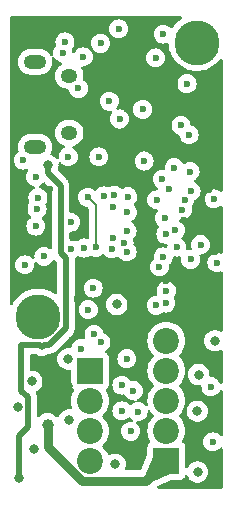
<source format=gbr>
%TF.GenerationSoftware,KiCad,Pcbnew,8.0.0*%
%TF.CreationDate,2024-09-27T20:32:54-07:00*%
%TF.ProjectId,lyrav3r2,6c797261-7633-4723-922e-6b696361645f,rev?*%
%TF.SameCoordinates,Original*%
%TF.FileFunction,Copper,L2,Inr*%
%TF.FilePolarity,Positive*%
%FSLAX46Y46*%
G04 Gerber Fmt 4.6, Leading zero omitted, Abs format (unit mm)*
G04 Created by KiCad (PCBNEW 8.0.0) date 2024-09-27 20:32:54*
%MOMM*%
%LPD*%
G01*
G04 APERTURE LIST*
%TA.AperFunction,ComponentPad*%
%ADD10R,2.200000X2.200000*%
%TD*%
%TA.AperFunction,ComponentPad*%
%ADD11C,2.200000*%
%TD*%
%TA.AperFunction,ComponentPad*%
%ADD12C,3.800000*%
%TD*%
%TA.AperFunction,ComponentPad*%
%ADD13O,1.400000X1.200000*%
%TD*%
%TA.AperFunction,ComponentPad*%
%ADD14O,1.900000X1.200000*%
%TD*%
%TA.AperFunction,ViaPad*%
%ADD15C,0.600000*%
%TD*%
%TA.AperFunction,ViaPad*%
%ADD16C,0.800000*%
%TD*%
%TA.AperFunction,ViaPad*%
%ADD17C,1.000000*%
%TD*%
%TA.AperFunction,Conductor*%
%ADD18C,0.500000*%
%TD*%
%TA.AperFunction,Conductor*%
%ADD19C,0.200000*%
%TD*%
%TA.AperFunction,Conductor*%
%ADD20C,0.750000*%
%TD*%
G04 APERTURE END LIST*
D10*
%TO.N,+BATT*%
%TO.C,J6*%
X13240600Y2356200D03*
D11*
%TO.N,/P4-*%
X13240600Y4896200D03*
%TO.N,/P3-*%
X13240600Y7436200D03*
%TO.N,/P2-*%
X13240600Y9976200D03*
%TO.N,/P1-*%
X13240600Y12516200D03*
%TD*%
D12*
%TO.N,GND*%
%TO.C,H1*%
X15831400Y37763800D03*
%TD*%
D10*
%TO.N,GND*%
%TO.C,J2*%
X6763600Y9950800D03*
D11*
%TO.N,/BATT RAW*%
X6763600Y7410800D03*
X6763600Y4870800D03*
%TO.N,/BATT POSTSW*%
X6763600Y2330800D03*
%TD*%
D12*
%TO.N,GND*%
%TO.C,H2*%
X2369400Y14527100D03*
%TD*%
D13*
%TO.N,unconnected-(J7-Shield-Pad6)*%
%TO.C,J7*%
X5022900Y34951200D03*
%TO.N,N/C*%
X5022900Y30111200D03*
D14*
X2122900Y28931200D03*
X2122900Y36131200D03*
%TD*%
D15*
%TO.N,/BUZZER*%
X9964000Y24708200D03*
%TO.N,+3V3*%
X5336798Y21253800D03*
%TO.N,GND*%
X15170598Y29966000D03*
%TO.N,/QSPI_SS*%
X14993200Y34284000D03*
X14485200Y30753400D03*
%TO.N,/QSPI_SD1*%
X11234000Y32099600D03*
X11361000Y27730800D03*
%TO.N,/QSPI_SCLK*%
X9278200Y31286800D03*
X8846400Y24835200D03*
%TO.N,/QSPI_SD3*%
X8414600Y32785400D03*
X7940905Y24779594D03*
%TO.N,+3V3*%
X6128600Y39084600D03*
%TO.N,GND*%
X12986600Y38475000D03*
%TO.N,+3V3*%
X9506800Y37513000D03*
%TO.N,GND*%
X5798400Y33877600D03*
%TO.N,+3V3*%
X8660488Y34185400D03*
%TO.N,/BOOTSEL*%
X12326200Y36468400D03*
%TO.N,GND*%
X4462146Y36884746D03*
%TO.N,+3V3*%
X11030800Y38955000D03*
%TO.N,GND*%
X9202000Y38923000D03*
X7666819Y37696931D03*
%TO.N,/SDA*%
X6204800Y36544600D03*
%TO.N,/SCL*%
X4655400Y37814600D03*
%TO.N,/SDA*%
X13439253Y25384646D03*
%TO.N,/SCL*%
X12885000Y26181400D03*
%TO.N,GND*%
X17300000Y24524414D03*
X14790000Y24403400D03*
%TO.N,+3V3*%
X16829014Y25302541D03*
X16776655Y26151798D03*
X15172799Y28219141D03*
%TO.N,GND*%
X13903568Y27165289D03*
X15247200Y26841800D03*
X16136200Y20644200D03*
%TO.N,Net-(D3-K)*%
X13088200Y22879400D03*
%TO.N,+3V3*%
X15044000Y21863400D03*
X14728000Y22751539D03*
%TO.N,/SDA*%
X15330326Y25182364D03*
%TO.N,/SCL*%
X14600869Y23605318D03*
X14002600Y21888800D03*
%TO.N,/SDA*%
X14129600Y20441000D03*
X9948005Y23401299D03*
%TO.N,GND*%
X13201850Y21531756D03*
X15298000Y19399600D03*
%TO.N,+3V3*%
X17330000Y20009200D03*
%TO.N,GND*%
X17512346Y19127863D03*
%TO.N,+3V3*%
X17185363Y17902654D03*
X13179615Y17576004D03*
%TO.N,GND*%
X13240600Y16758000D03*
X7703400Y12389200D03*
%TO.N,Net-(D2-A)*%
X7119200Y13075000D03*
%TO.N,/BATT SENSE *%
X6001600Y11855800D03*
X5138000Y22549200D03*
%TO.N,GND*%
X2877400Y19653600D03*
%TO.N,/BRKOUT1*%
X1251800Y18942400D03*
%TO.N,+3V3*%
X3360000Y25368600D03*
%TO.N,GND*%
X2164350Y26384650D03*
X1124800Y27807000D03*
%TO.N,/BRKOUT4*%
X2369400Y24632000D03*
%TO.N,/BRKOUT2*%
X2186421Y22217982D03*
%TO.N,/BRKOUT3*%
X2293200Y23692200D03*
%TO.N,/RUN*%
X6636600Y15157800D03*
%TO.N,/SWCLK*%
X6255600Y20364800D03*
%TO.N,/SWD*%
X5163400Y20263200D03*
%TO.N,/P4 EN *%
X17154200Y3956400D03*
%TO.N,/P3 EN *%
X17022599Y8622300D03*
%TO.N,/P4 EN *%
X9913200Y21812600D03*
%TO.N,/P3 EN *%
X12973426Y19616624D03*
%TO.N,/P2 EN *%
X12656400Y18764600D03*
X13189800Y15691200D03*
%TO.N,GND*%
X9479400Y6572600D03*
X9479400Y8757000D03*
%TO.N,/P3 CONT *%
X10844401Y6513201D03*
%TO.N,/P4 CONT *%
X12377000Y15513400D03*
X10218000Y4845400D03*
%TO.N,/P1 EN *%
X9899000Y10992200D03*
%TO.N,/P2 CONT *%
X10457800Y8294242D03*
X9659200Y20822000D03*
%TO.N,/P3 CONT *%
X9913200Y20060000D03*
%TO.N,/P1 EN *%
X8641510Y20301980D03*
%TO.N,+3V3*%
X11813713Y21375033D03*
%TO.N,GND*%
X8719400Y21228400D03*
X8744800Y23870000D03*
X12421764Y24437991D03*
%TO.N,+3V3*%
X11538800Y25368600D03*
%TO.N,GND*%
X7525600Y28086200D03*
X4934800Y28111600D03*
%TO.N,+3V3*%
X4712867Y26682713D03*
X7043000Y26638600D03*
%TO.N,+1V1*%
X6585800Y24661802D03*
X7271600Y20415600D03*
%TO.N,+3V3*%
X7403100Y18217428D03*
%TO.N,GND*%
X7043000Y16966400D03*
%TO.N,+3V3*%
X5646000Y16037398D03*
X5239600Y12567000D03*
D16*
%TO.N,GND*%
X9040237Y15583049D03*
%TO.N,+3V3*%
X10258314Y16627714D03*
%TO.N,VBUS*%
X769200Y883000D03*
X3207600Y27375200D03*
%TO.N,Net-(D1-K)*%
X2064600Y3372200D03*
X8897200Y2051400D03*
%TO.N,GND*%
X4985600Y5810600D03*
D17*
%TO.N,+3V3*%
X4807800Y8706200D03*
D16*
%TO.N,GND*%
X4909400Y10969400D03*
X1845902Y9072000D03*
X674050Y6934650D03*
X17355400Y12516200D03*
X15983800Y9646000D03*
X15856800Y6547200D03*
X15882200Y1391000D03*
D17*
%TO.N,+BATT*%
X3182200Y5378800D03*
%TD*%
D18*
%TO.N,VBUS*%
X3207600Y26714800D02*
X3207600Y27375200D01*
X4288000Y19936518D02*
X4288000Y25634400D01*
X4719400Y19505118D02*
X4288000Y19936518D01*
X4719400Y13553698D02*
X4719400Y19505118D01*
X3342802Y12177100D02*
X4719400Y13553698D01*
X2893900Y12177100D02*
X3342802Y12177100D01*
X4288000Y25634400D02*
X3207600Y26714800D01*
X2699600Y11982800D02*
X2893900Y12177100D01*
X972400Y12160600D02*
X2521800Y12160600D01*
X2521800Y12160600D02*
X2699600Y11982800D01*
X1524050Y7748150D02*
X972400Y8299800D01*
X972400Y8299800D02*
X972400Y12160600D01*
X1524050Y5244650D02*
X1524050Y7748150D01*
X769200Y4489800D02*
X1524050Y5244650D01*
X769200Y883000D02*
X769200Y4489800D01*
D19*
%TO.N,+1V1*%
X7271600Y23976002D02*
X7271600Y20415600D01*
X6585800Y24661802D02*
X7271600Y23976002D01*
D20*
%TO.N,+BATT*%
X3182200Y3543392D02*
X3182200Y5378800D01*
X6069792Y655800D02*
X3182200Y3543392D01*
X11540200Y655800D02*
X6069792Y655800D01*
X13240600Y2356200D02*
X11540200Y655800D01*
%TD*%
%TA.AperFunction,Conductor*%
%TO.N,+3V3*%
G36*
X14510697Y39980315D02*
G01*
X14556452Y39927511D01*
X14566396Y39858353D01*
X14537371Y39794797D01*
X14516543Y39775682D01*
X14298246Y39617081D01*
X14298236Y39617073D01*
X14078052Y39410306D01*
X13885510Y39177562D01*
X13786207Y39021086D01*
X13733666Y38975031D01*
X13664565Y38964692D01*
X13600845Y38993354D01*
X13593830Y38999848D01*
X13488862Y39104816D01*
X13336123Y39200789D01*
X13165854Y39260369D01*
X13165849Y39260370D01*
X12986604Y39280565D01*
X12986596Y39280565D01*
X12807350Y39260370D01*
X12807345Y39260369D01*
X12637076Y39200789D01*
X12484337Y39104816D01*
X12356784Y38977263D01*
X12260811Y38824524D01*
X12201231Y38654255D01*
X12201230Y38654250D01*
X12181035Y38475004D01*
X12181035Y38474997D01*
X12201230Y38295751D01*
X12201231Y38295746D01*
X12260811Y38125477D01*
X12343515Y37993855D01*
X12356784Y37972738D01*
X12484338Y37845184D01*
X12637078Y37749211D01*
X12786474Y37696935D01*
X12807345Y37689632D01*
X12807350Y37689631D01*
X12986596Y37669435D01*
X12986600Y37669435D01*
X12986604Y37669435D01*
X13165849Y37689631D01*
X13165851Y37689632D01*
X13165855Y37689632D01*
X13165858Y37689634D01*
X13165862Y37689634D01*
X13270675Y37726310D01*
X13340453Y37729873D01*
X13401081Y37695144D01*
X13433308Y37633151D01*
X13435385Y37617056D01*
X13445118Y37462353D01*
X13445119Y37462347D01*
X13445120Y37462343D01*
X13496181Y37194669D01*
X13501720Y37165636D01*
X13595059Y36878369D01*
X13595061Y36878364D01*
X13723665Y36605068D01*
X13723668Y36605062D01*
X13885511Y36350037D01*
X13885514Y36350033D01*
X13885515Y36350032D01*
X13964189Y36254931D01*
X14078052Y36117295D01*
X14298236Y35910528D01*
X14298246Y35910520D01*
X14542593Y35732992D01*
X14542598Y35732990D01*
X14542605Y35732984D01*
X14807296Y35587468D01*
X14807301Y35587466D01*
X14807303Y35587465D01*
X14807304Y35587464D01*
X15088134Y35476276D01*
X15088137Y35476275D01*
X15185659Y35451236D01*
X15380702Y35401158D01*
X15527439Y35382621D01*
X15680363Y35363301D01*
X15680369Y35363301D01*
X15680373Y35363300D01*
X15680375Y35363300D01*
X15982425Y35363300D01*
X15982427Y35363300D01*
X15982432Y35363301D01*
X15982436Y35363301D01*
X16064338Y35373648D01*
X16282098Y35401158D01*
X16574662Y35476275D01*
X16574665Y35476276D01*
X16855495Y35587464D01*
X16855496Y35587465D01*
X16855494Y35587465D01*
X16855504Y35587468D01*
X17120195Y35732984D01*
X17364562Y35910526D01*
X17584749Y36117296D01*
X17777285Y36350032D01*
X17777286Y36350034D01*
X17779769Y36353035D01*
X17781061Y36351967D01*
X17830987Y36390482D01*
X17900599Y36396476D01*
X17962401Y36363883D01*
X17996771Y36303051D01*
X18000000Y36274940D01*
X18000000Y25254028D01*
X17980315Y25186989D01*
X17927511Y25141234D01*
X17858353Y25131290D01*
X17809373Y25152460D01*
X17808158Y25150525D01*
X17793747Y25159580D01*
X17720840Y25205391D01*
X17649523Y25250203D01*
X17479254Y25309783D01*
X17479249Y25309784D01*
X17300004Y25329979D01*
X17299996Y25329979D01*
X17120750Y25309784D01*
X17120745Y25309783D01*
X16950476Y25250203D01*
X16797737Y25154230D01*
X16670184Y25026677D01*
X16574211Y24873938D01*
X16514631Y24703669D01*
X16514630Y24703664D01*
X16494435Y24524418D01*
X16494435Y24524411D01*
X16514630Y24345165D01*
X16514631Y24345160D01*
X16574211Y24174891D01*
X16616503Y24107584D01*
X16670184Y24022152D01*
X16797738Y23894598D01*
X16875005Y23846048D01*
X16935277Y23808176D01*
X16950478Y23798625D01*
X17050614Y23763586D01*
X17120745Y23739046D01*
X17120750Y23739045D01*
X17299996Y23718849D01*
X17300000Y23718849D01*
X17300004Y23718849D01*
X17479249Y23739045D01*
X17479252Y23739046D01*
X17479255Y23739046D01*
X17649522Y23798625D01*
X17802262Y23894598D01*
X17802262Y23894599D01*
X17808158Y23898303D01*
X17809505Y23896159D01*
X17863345Y23918154D01*
X17932043Y23905414D01*
X17982948Y23857555D01*
X18000000Y23794801D01*
X18000000Y19980080D01*
X17980315Y19913041D01*
X17927511Y19867286D01*
X17858353Y19857342D01*
X17835046Y19863038D01*
X17691603Y19913231D01*
X17691595Y19913233D01*
X17512350Y19933428D01*
X17512342Y19933428D01*
X17333096Y19913233D01*
X17333091Y19913232D01*
X17162822Y19853652D01*
X17010083Y19757679D01*
X16882530Y19630126D01*
X16786557Y19477387D01*
X16726977Y19307118D01*
X16726976Y19307113D01*
X16706781Y19127867D01*
X16706781Y19127860D01*
X16726976Y18948614D01*
X16726977Y18948609D01*
X16786557Y18778340D01*
X16882530Y18625601D01*
X17010084Y18498047D01*
X17162824Y18402074D01*
X17189648Y18392688D01*
X17333091Y18342495D01*
X17333096Y18342494D01*
X17512342Y18322298D01*
X17512346Y18322298D01*
X17512350Y18322298D01*
X17691595Y18342494D01*
X17691597Y18342495D01*
X17691601Y18342495D01*
X17691604Y18342497D01*
X17691608Y18342497D01*
X17835045Y18392688D01*
X17904824Y18396250D01*
X17965451Y18361522D01*
X17997679Y18299529D01*
X18000000Y18275647D01*
X18000000Y13404314D01*
X17980315Y13337275D01*
X17927511Y13291520D01*
X17858353Y13281576D01*
X17814941Y13299140D01*
X17813763Y13297099D01*
X17808129Y13300352D01*
X17635207Y13377343D01*
X17635202Y13377345D01*
X17489401Y13408335D01*
X17450046Y13416700D01*
X17260754Y13416700D01*
X17228297Y13409802D01*
X17075597Y13377345D01*
X17075592Y13377343D01*
X16902670Y13300352D01*
X16902665Y13300349D01*
X16749529Y13189089D01*
X16622866Y13048415D01*
X16528221Y12884485D01*
X16528218Y12884478D01*
X16474098Y12717912D01*
X16469726Y12704456D01*
X16449940Y12516200D01*
X16469726Y12327944D01*
X16469727Y12327941D01*
X16528218Y12147923D01*
X16528221Y12147916D01*
X16622867Y11983984D01*
X16697472Y11901127D01*
X16749529Y11843312D01*
X16902665Y11732052D01*
X16902670Y11732049D01*
X17075592Y11655058D01*
X17075597Y11655056D01*
X17260754Y11615700D01*
X17260755Y11615700D01*
X17450044Y11615700D01*
X17450046Y11615700D01*
X17635203Y11655056D01*
X17808130Y11732049D01*
X17808133Y11732052D01*
X17813763Y11735301D01*
X17815250Y11732724D01*
X17868862Y11751881D01*
X17936923Y11736089D01*
X17985642Y11686006D01*
X18000000Y11628087D01*
X18000000Y8982570D01*
X17980315Y8915531D01*
X17927511Y8869776D01*
X17858353Y8859832D01*
X17794797Y8888857D01*
X17758959Y8941615D01*
X17748389Y8971820D01*
X17747577Y8973112D01*
X17652415Y9124562D01*
X17524861Y9252116D01*
X17484108Y9277723D01*
X17372122Y9348089D01*
X17201853Y9407669D01*
X17201848Y9407670D01*
X17022603Y9427865D01*
X17022602Y9427865D01*
X17022600Y9427865D01*
X17022599Y9427865D01*
X17017789Y9427324D01*
X16948970Y9439379D01*
X16897591Y9486729D01*
X16879968Y9554340D01*
X16880587Y9563486D01*
X16889260Y9646000D01*
X16869474Y9834256D01*
X16810979Y10014284D01*
X16716333Y10178216D01*
X16589671Y10318888D01*
X16529804Y10362384D01*
X16436534Y10430149D01*
X16436529Y10430152D01*
X16263607Y10507143D01*
X16263602Y10507145D01*
X16117801Y10538135D01*
X16078446Y10546500D01*
X15889154Y10546500D01*
X15856697Y10539602D01*
X15703997Y10507145D01*
X15703992Y10507143D01*
X15531070Y10430152D01*
X15531065Y10430149D01*
X15377929Y10318889D01*
X15251266Y10178215D01*
X15156621Y10014285D01*
X15156618Y10014278D01*
X15098127Y9834260D01*
X15098126Y9834256D01*
X15078340Y9646000D01*
X15098126Y9457744D01*
X15098127Y9457741D01*
X15156618Y9277723D01*
X15156621Y9277716D01*
X15251267Y9113784D01*
X15324416Y9032544D01*
X15377929Y8973112D01*
X15531065Y8861852D01*
X15531070Y8861849D01*
X15703992Y8784858D01*
X15703997Y8784856D01*
X15889154Y8745500D01*
X15889155Y8745500D01*
X16078444Y8745500D01*
X16078446Y8745500D01*
X16078447Y8745501D01*
X16080060Y8745670D01*
X16080990Y8745500D01*
X16084945Y8745500D01*
X16084945Y8744778D01*
X16148791Y8733108D01*
X16199820Y8685381D01*
X16215191Y8629100D01*
X16216254Y8629219D01*
X16217023Y8622390D01*
X16217034Y8622351D01*
X16217034Y8622297D01*
X16237229Y8443051D01*
X16237230Y8443046D01*
X16296810Y8272777D01*
X16345523Y8195252D01*
X16392783Y8120038D01*
X16520337Y7992484D01*
X16597010Y7944307D01*
X16656525Y7906911D01*
X16673077Y7896511D01*
X16789811Y7855664D01*
X16843344Y7836932D01*
X16843349Y7836931D01*
X17022595Y7816735D01*
X17022599Y7816735D01*
X17022603Y7816735D01*
X17201848Y7836931D01*
X17201851Y7836932D01*
X17201854Y7836932D01*
X17372121Y7896511D01*
X17524861Y7992484D01*
X17652415Y8120038D01*
X17748388Y8272778D01*
X17758958Y8302985D01*
X17799680Y8359761D01*
X17864632Y8385509D01*
X17933194Y8372053D01*
X17983597Y8323666D01*
X18000000Y8262031D01*
X18000000Y4542040D01*
X17980315Y4475001D01*
X17927511Y4429246D01*
X17858353Y4419302D01*
X17794797Y4448327D01*
X17788319Y4454359D01*
X17656462Y4586216D01*
X17503723Y4682189D01*
X17333454Y4741769D01*
X17333449Y4741770D01*
X17154204Y4761965D01*
X17154196Y4761965D01*
X16974950Y4741770D01*
X16974945Y4741769D01*
X16804676Y4682189D01*
X16651937Y4586216D01*
X16524384Y4458663D01*
X16428411Y4305924D01*
X16368831Y4135655D01*
X16368830Y4135650D01*
X16348635Y3956404D01*
X16348635Y3956397D01*
X16368830Y3777151D01*
X16368831Y3777146D01*
X16428411Y3606877D01*
X16521680Y3458441D01*
X16524384Y3454138D01*
X16651938Y3326584D01*
X16804678Y3230611D01*
X16974945Y3171032D01*
X16974950Y3171031D01*
X17154196Y3150835D01*
X17154200Y3150835D01*
X17154204Y3150835D01*
X17333449Y3171031D01*
X17333452Y3171032D01*
X17333455Y3171032D01*
X17503722Y3230611D01*
X17656462Y3326584D01*
X17784016Y3454138D01*
X17784016Y3454139D01*
X17788319Y3458441D01*
X17849642Y3491926D01*
X17919334Y3486942D01*
X17975267Y3445070D01*
X17999684Y3379606D01*
X18000000Y3370760D01*
X18000000Y124000D01*
X17980315Y56961D01*
X17927511Y11206D01*
X17876000Y0D01*
X12559994Y0D01*
X12492955Y19685D01*
X12447200Y72489D01*
X12437256Y141647D01*
X12466281Y205203D01*
X12508421Y236766D01*
X13618540Y744467D01*
X13670113Y755701D01*
X14388471Y755701D01*
X14388472Y755701D01*
X14448083Y762109D01*
X14582931Y812404D01*
X14698146Y898654D01*
X14784396Y1013869D01*
X14805800Y1071256D01*
X14806316Y1072639D01*
X14848186Y1128573D01*
X14913650Y1152991D01*
X14981924Y1138140D01*
X15031329Y1088735D01*
X15040429Y1067625D01*
X15055018Y1022722D01*
X15055021Y1022716D01*
X15149667Y858784D01*
X15191428Y812404D01*
X15276329Y718112D01*
X15429465Y606852D01*
X15429470Y606849D01*
X15602392Y529858D01*
X15602397Y529856D01*
X15787554Y490500D01*
X15787555Y490500D01*
X15976844Y490500D01*
X15976846Y490500D01*
X16162003Y529856D01*
X16334930Y606849D01*
X16488071Y718112D01*
X16614733Y858784D01*
X16709379Y1022716D01*
X16767874Y1202744D01*
X16787660Y1391000D01*
X16767874Y1579256D01*
X16709379Y1759284D01*
X16614733Y1923216D01*
X16488071Y2063888D01*
X16488070Y2063889D01*
X16334934Y2175149D01*
X16334929Y2175152D01*
X16162007Y2252143D01*
X16162002Y2252145D01*
X16016201Y2283135D01*
X15976846Y2291500D01*
X15787554Y2291500D01*
X15755097Y2284602D01*
X15602397Y2252145D01*
X15602392Y2252143D01*
X15429470Y2175152D01*
X15429465Y2175149D01*
X15276329Y2063889D01*
X15149665Y1923215D01*
X15072486Y1789536D01*
X15021919Y1741320D01*
X14953312Y1728098D01*
X14888447Y1754066D01*
X14847919Y1810980D01*
X14841099Y1851532D01*
X14841099Y3504072D01*
X14834691Y3563683D01*
X14833560Y3566715D01*
X14784397Y3698529D01*
X14784393Y3698536D01*
X14698147Y3813745D01*
X14621494Y3871128D01*
X14579624Y3927062D01*
X14574640Y3996754D01*
X14590076Y4035179D01*
X14671066Y4167341D01*
X14767473Y4400089D01*
X14826283Y4645052D01*
X14846049Y4896200D01*
X14826283Y5147348D01*
X14767473Y5392311D01*
X14671066Y5625059D01*
X14671066Y5625060D01*
X14539439Y5839854D01*
X14539438Y5839857D01*
X14375824Y6031424D01*
X14364366Y6041210D01*
X14328419Y6071911D01*
X14290227Y6130416D01*
X14289728Y6200284D01*
X14327082Y6259330D01*
X14328356Y6260436D01*
X14375824Y6300976D01*
X14539436Y6492541D01*
X14572931Y6547200D01*
X14951340Y6547200D01*
X14971126Y6358944D01*
X14971127Y6358941D01*
X15029618Y6178923D01*
X15029621Y6178916D01*
X15124267Y6014984D01*
X15194180Y5937338D01*
X15250929Y5874312D01*
X15404065Y5763052D01*
X15404070Y5763049D01*
X15576992Y5686058D01*
X15576997Y5686056D01*
X15762154Y5646700D01*
X15762155Y5646700D01*
X15951444Y5646700D01*
X15951446Y5646700D01*
X16136603Y5686056D01*
X16309530Y5763049D01*
X16462671Y5874312D01*
X16589333Y6014984D01*
X16683979Y6178916D01*
X16742474Y6358944D01*
X16762260Y6547200D01*
X16742474Y6735456D01*
X16683979Y6915484D01*
X16589333Y7079416D01*
X16462671Y7220088D01*
X16436655Y7238990D01*
X16309534Y7331349D01*
X16309529Y7331352D01*
X16136607Y7408343D01*
X16136602Y7408345D01*
X15967639Y7444258D01*
X15951446Y7447700D01*
X15762154Y7447700D01*
X15745961Y7444258D01*
X15576997Y7408345D01*
X15576992Y7408343D01*
X15404070Y7331352D01*
X15404065Y7331349D01*
X15250929Y7220089D01*
X15124266Y7079415D01*
X15029621Y6915485D01*
X15029618Y6915478D01*
X14974680Y6746394D01*
X14971126Y6735456D01*
X14951340Y6547200D01*
X14572931Y6547200D01*
X14671066Y6707341D01*
X14767473Y6940089D01*
X14826283Y7185052D01*
X14846049Y7436200D01*
X14826283Y7687348D01*
X14767473Y7932311D01*
X14742548Y7992485D01*
X14671066Y8165060D01*
X14551752Y8359761D01*
X14539438Y8379855D01*
X14539438Y8379857D01*
X14375824Y8571424D01*
X14332454Y8608465D01*
X14328419Y8611911D01*
X14290227Y8670416D01*
X14289728Y8740284D01*
X14327082Y8799330D01*
X14328356Y8800436D01*
X14375824Y8840976D01*
X14539436Y9032541D01*
X14671066Y9247341D01*
X14767473Y9480089D01*
X14826283Y9725052D01*
X14846049Y9976200D01*
X14826283Y10227348D01*
X14767473Y10472311D01*
X14736743Y10546500D01*
X14671066Y10705060D01*
X14539439Y10919854D01*
X14539438Y10919857D01*
X14375824Y11111424D01*
X14328419Y11151911D01*
X14290227Y11210416D01*
X14289728Y11280284D01*
X14327082Y11339330D01*
X14328356Y11340436D01*
X14375824Y11380976D01*
X14539436Y11572541D01*
X14671066Y11787341D01*
X14767473Y12020089D01*
X14826283Y12265052D01*
X14846049Y12516200D01*
X14826283Y12767348D01*
X14767473Y13012311D01*
X14741508Y13074997D01*
X14671066Y13245060D01*
X14539439Y13459854D01*
X14539438Y13459857D01*
X14439163Y13577263D01*
X14375824Y13651424D01*
X14200940Y13800789D01*
X14184256Y13815039D01*
X14184253Y13815040D01*
X13969459Y13946667D01*
X13736710Y14043074D01*
X13491751Y14101883D01*
X13240600Y14121649D01*
X12989448Y14101883D01*
X12744489Y14043074D01*
X12511740Y13946667D01*
X12296946Y13815040D01*
X12296943Y13815039D01*
X12105376Y13651424D01*
X11941761Y13459857D01*
X11941760Y13459854D01*
X11810133Y13245060D01*
X11713726Y13012311D01*
X11654917Y12767352D01*
X11635151Y12516200D01*
X11654917Y12265049D01*
X11713726Y12020090D01*
X11810133Y11787341D01*
X11941760Y11572547D01*
X11941761Y11572544D01*
X11960901Y11550134D01*
X12105376Y11380976D01*
X12152778Y11340491D01*
X12152779Y11340490D01*
X12190972Y11281983D01*
X12191470Y11212115D01*
X12154116Y11153069D01*
X12152779Y11151910D01*
X12105376Y11111424D01*
X11941761Y10919857D01*
X11941760Y10919854D01*
X11810133Y10705060D01*
X11713726Y10472311D01*
X11654917Y10227352D01*
X11635151Y9976200D01*
X11654917Y9725049D01*
X11713726Y9480090D01*
X11810133Y9247341D01*
X11941760Y9032547D01*
X11941761Y9032544D01*
X11984443Y8982570D01*
X12105376Y8840976D01*
X12149926Y8802927D01*
X12152779Y8800490D01*
X12190972Y8741983D01*
X12191470Y8672115D01*
X12154116Y8613069D01*
X12152779Y8611910D01*
X12105376Y8571424D01*
X11941761Y8379857D01*
X11941760Y8379854D01*
X11810133Y8165060D01*
X11713726Y7932311D01*
X11654917Y7687352D01*
X11639401Y7490202D01*
X11635151Y7436200D01*
X11654917Y7185052D01*
X11654918Y7185049D01*
X11654918Y7185048D01*
X11654918Y7185047D01*
X11662943Y7151619D01*
X11659452Y7081836D01*
X11618787Y7025019D01*
X11553860Y6999207D01*
X11485285Y7012594D01*
X11454688Y7034992D01*
X11346663Y7143017D01*
X11193924Y7238990D01*
X11023655Y7298570D01*
X11023650Y7298571D01*
X10844405Y7318766D01*
X10844403Y7318766D01*
X10844401Y7318766D01*
X10830866Y7317241D01*
X10762045Y7329297D01*
X10710666Y7376647D01*
X10693043Y7444258D01*
X10714771Y7510664D01*
X10768951Y7554780D01*
X10776032Y7557504D01*
X10807320Y7568452D01*
X10807322Y7568453D01*
X10960062Y7664426D01*
X11087616Y7791980D01*
X11183589Y7944720D01*
X11243168Y8114987D01*
X11243737Y8120038D01*
X11263365Y8294239D01*
X11263365Y8294246D01*
X11243169Y8473492D01*
X11243168Y8473497D01*
X11206688Y8577751D01*
X11183589Y8643764D01*
X11166842Y8670416D01*
X11121874Y8741983D01*
X11087616Y8796504D01*
X10960062Y8924058D01*
X10932120Y8941615D01*
X10807323Y9020031D01*
X10637054Y9079611D01*
X10637049Y9079612D01*
X10457804Y9099807D01*
X10457796Y9099807D01*
X10303254Y9082395D01*
X10234432Y9094450D01*
X10184378Y9139642D01*
X10109216Y9259262D01*
X9981662Y9386816D01*
X9896578Y9440278D01*
X9828923Y9482789D01*
X9658654Y9542369D01*
X9658649Y9542370D01*
X9479404Y9562565D01*
X9479396Y9562565D01*
X9300150Y9542370D01*
X9300145Y9542369D01*
X9129876Y9482789D01*
X8977137Y9386816D01*
X8849584Y9259263D01*
X8753611Y9106524D01*
X8694031Y8936255D01*
X8694030Y8936250D01*
X8673835Y8757004D01*
X8673835Y8756997D01*
X8694030Y8577751D01*
X8694031Y8577746D01*
X8753611Y8407477D01*
X8841791Y8267140D01*
X8849584Y8254738D01*
X8977138Y8127184D01*
X9129878Y8031211D01*
X9243180Y7991565D01*
X9300145Y7971632D01*
X9300150Y7971631D01*
X9479396Y7951435D01*
X9479400Y7951435D01*
X9479403Y7951435D01*
X9570545Y7961705D01*
X9633944Y7968848D01*
X9702766Y7956794D01*
X9752821Y7911601D01*
X9827984Y7791980D01*
X9955538Y7664426D01*
X10108278Y7568453D01*
X10273429Y7510664D01*
X10278545Y7508874D01*
X10278550Y7508873D01*
X10457796Y7488677D01*
X10457797Y7488677D01*
X10457798Y7488678D01*
X10457800Y7488677D01*
X10471330Y7490202D01*
X10540149Y7478149D01*
X10591530Y7430802D01*
X10609157Y7363193D01*
X10587433Y7296786D01*
X10533255Y7252666D01*
X10526172Y7249941D01*
X10494879Y7238991D01*
X10342140Y7143018D01*
X10279279Y7080158D01*
X10217955Y7046674D01*
X10148264Y7051660D01*
X10103918Y7080160D01*
X9981662Y7202416D01*
X9828923Y7298389D01*
X9658654Y7357969D01*
X9658649Y7357970D01*
X9479404Y7378165D01*
X9479396Y7378165D01*
X9300150Y7357970D01*
X9300145Y7357969D01*
X9129876Y7298389D01*
X8977137Y7202416D01*
X8849584Y7074863D01*
X8753611Y6922124D01*
X8694031Y6751855D01*
X8694030Y6751850D01*
X8673835Y6572604D01*
X8673835Y6572597D01*
X8694030Y6393351D01*
X8694031Y6393346D01*
X8753611Y6223077D01*
X8827794Y6105016D01*
X8849584Y6070338D01*
X8977138Y5942784D01*
X9029075Y5910150D01*
X9089503Y5872180D01*
X9129878Y5846811D01*
X9222349Y5814454D01*
X9300145Y5787232D01*
X9300150Y5787231D01*
X9479396Y5767035D01*
X9479400Y5767035D01*
X9479404Y5767035D01*
X9658649Y5787231D01*
X9658652Y5787232D01*
X9658655Y5787232D01*
X9828922Y5846811D01*
X9981662Y5942784D01*
X10044520Y6005642D01*
X10105843Y6039127D01*
X10175535Y6034143D01*
X10219882Y6005642D01*
X10342138Y5883386D01*
X10342141Y5883384D01*
X10359971Y5872180D01*
X10406262Y5819845D01*
X10416909Y5750792D01*
X10388534Y5686943D01*
X10330143Y5648572D01*
X10280115Y5643967D01*
X10218004Y5650965D01*
X10217996Y5650965D01*
X10038750Y5630770D01*
X10038745Y5630769D01*
X9868476Y5571189D01*
X9715737Y5475216D01*
X9588184Y5347663D01*
X9492211Y5194924D01*
X9432631Y5024655D01*
X9432630Y5024650D01*
X9412435Y4845404D01*
X9412435Y4845397D01*
X9432630Y4666151D01*
X9432631Y4666146D01*
X9492211Y4495877D01*
X9568359Y4374689D01*
X9588184Y4343138D01*
X9715738Y4215584D01*
X9868478Y4119611D01*
X10038745Y4060032D01*
X10038750Y4060031D01*
X10217996Y4039835D01*
X10218000Y4039835D01*
X10218004Y4039835D01*
X10397249Y4060031D01*
X10397252Y4060032D01*
X10397255Y4060032D01*
X10567522Y4119611D01*
X10720262Y4215584D01*
X10847816Y4343138D01*
X10943789Y4495878D01*
X11003368Y4666145D01*
X11005176Y4682189D01*
X11023565Y4845397D01*
X11023565Y4845404D01*
X11003369Y5024650D01*
X11003368Y5024655D01*
X11002739Y5026452D01*
X10943789Y5194922D01*
X10939734Y5201375D01*
X10847815Y5347663D01*
X10720262Y5475216D01*
X10720257Y5475220D01*
X10702428Y5486423D01*
X10656138Y5538758D01*
X10645491Y5607812D01*
X10673867Y5671660D01*
X10732258Y5710030D01*
X10782284Y5714635D01*
X10832941Y5708928D01*
X10844400Y5707636D01*
X10844401Y5707636D01*
X10844405Y5707636D01*
X11023650Y5727832D01*
X11023653Y5727833D01*
X11023656Y5727833D01*
X11193923Y5787412D01*
X11346663Y5883385D01*
X11474217Y6010939D01*
X11570190Y6163679D01*
X11629769Y6333946D01*
X11630769Y6342815D01*
X11644776Y6467141D01*
X11649966Y6513201D01*
X11649520Y6517155D01*
X11649966Y6519698D01*
X11649966Y6520165D01*
X11650048Y6520165D01*
X11661572Y6585974D01*
X11708918Y6637355D01*
X11776527Y6654983D01*
X11842934Y6633260D01*
X11878467Y6595831D01*
X11941760Y6492547D01*
X11941761Y6492544D01*
X11997204Y6427629D01*
X12105376Y6300976D01*
X12151290Y6261762D01*
X12152779Y6260490D01*
X12190972Y6201983D01*
X12191470Y6132115D01*
X12154116Y6073069D01*
X12152779Y6071910D01*
X12105376Y6031424D01*
X11941761Y5839857D01*
X11941760Y5839854D01*
X11810133Y5625060D01*
X11713726Y5392311D01*
X11654917Y5147352D01*
X11635151Y4896200D01*
X11654917Y4645049D01*
X11713726Y4400090D01*
X11810133Y4167341D01*
X11891120Y4035184D01*
X11909365Y3967738D01*
X11888249Y3901136D01*
X11859705Y3871128D01*
X11783052Y3813745D01*
X11696806Y3698536D01*
X11696802Y3698529D01*
X11646508Y3563683D01*
X11640362Y3506510D01*
X11640101Y3504077D01*
X11640100Y3504065D01*
X11640100Y2849009D01*
X11629208Y2798189D01*
X11092870Y1604480D01*
X11047439Y1551397D01*
X10980521Y1531302D01*
X10979762Y1531300D01*
X9845723Y1531300D01*
X9778684Y1550985D01*
X9732929Y1603789D01*
X9722985Y1672947D01*
X9727792Y1693618D01*
X9758957Y1789536D01*
X9782874Y1863144D01*
X9802660Y2051400D01*
X9782874Y2239656D01*
X9724379Y2419684D01*
X9629733Y2583616D01*
X9503071Y2724288D01*
X9503070Y2724289D01*
X9349934Y2835549D01*
X9349929Y2835552D01*
X9177007Y2912543D01*
X9177002Y2912545D01*
X9031201Y2943535D01*
X8991846Y2951900D01*
X8802554Y2951900D01*
X8770097Y2945002D01*
X8617397Y2912545D01*
X8617392Y2912543D01*
X8444472Y2835553D01*
X8439754Y2832828D01*
X8371853Y2816358D01*
X8305827Y2839212D01*
X8263196Y2892765D01*
X8194068Y3059656D01*
X8194066Y3059659D01*
X8062439Y3274454D01*
X8062438Y3274457D01*
X7898824Y3466024D01*
X7874332Y3486942D01*
X7851419Y3506511D01*
X7813227Y3565016D01*
X7812728Y3634884D01*
X7850082Y3693930D01*
X7851356Y3695036D01*
X7898824Y3735576D01*
X8062436Y3927141D01*
X8194066Y4141941D01*
X8290473Y4374689D01*
X8349283Y4619652D01*
X8369049Y4870800D01*
X8349283Y5121948D01*
X8290473Y5366911D01*
X8194066Y5599659D01*
X8194066Y5599660D01*
X8062439Y5814454D01*
X8062438Y5814457D01*
X7898824Y6006024D01*
X7869084Y6031424D01*
X7851419Y6046511D01*
X7813227Y6105016D01*
X7812728Y6174884D01*
X7850082Y6233930D01*
X7851356Y6235036D01*
X7898824Y6275576D01*
X8062436Y6467141D01*
X8194066Y6681941D01*
X8290473Y6914689D01*
X8349283Y7159652D01*
X8369049Y7410800D01*
X8349283Y7661948D01*
X8290473Y7906911D01*
X8274983Y7944307D01*
X8194066Y8139660D01*
X8113079Y8271817D01*
X8094834Y8339262D01*
X8115950Y8405865D01*
X8144491Y8435871D01*
X8221146Y8493254D01*
X8307396Y8608469D01*
X8357691Y8743317D01*
X8364100Y8802927D01*
X8364099Y10992197D01*
X9093435Y10992197D01*
X9113630Y10812951D01*
X9113631Y10812946D01*
X9173211Y10642677D01*
X9258372Y10507145D01*
X9269184Y10489938D01*
X9396738Y10362384D01*
X9487080Y10305618D01*
X9501572Y10296512D01*
X9549478Y10266411D01*
X9661114Y10227348D01*
X9719745Y10206832D01*
X9719750Y10206831D01*
X9898996Y10186635D01*
X9899000Y10186635D01*
X9899004Y10186635D01*
X10078249Y10206831D01*
X10078252Y10206832D01*
X10078255Y10206832D01*
X10248522Y10266411D01*
X10401262Y10362384D01*
X10528816Y10489938D01*
X10624789Y10642678D01*
X10684368Y10812945D01*
X10696414Y10919857D01*
X10704565Y10992197D01*
X10704565Y10992204D01*
X10684369Y11171450D01*
X10684368Y11171455D01*
X10663077Y11232300D01*
X10624789Y11341722D01*
X10600123Y11380977D01*
X10571980Y11425767D01*
X10528816Y11494462D01*
X10401262Y11622016D01*
X10391600Y11628087D01*
X10248523Y11717989D01*
X10078254Y11777569D01*
X10078249Y11777570D01*
X9899004Y11797765D01*
X9898996Y11797765D01*
X9719750Y11777570D01*
X9719745Y11777569D01*
X9549476Y11717989D01*
X9396737Y11622016D01*
X9269184Y11494463D01*
X9173211Y11341724D01*
X9113631Y11171455D01*
X9113630Y11171450D01*
X9093435Y10992204D01*
X9093435Y10992197D01*
X8364099Y10992197D01*
X8364099Y11098672D01*
X8358376Y11151910D01*
X8357691Y11158284D01*
X8307397Y11293129D01*
X8307393Y11293136D01*
X8221147Y11408345D01*
X8197874Y11425767D01*
X8188551Y11432747D01*
X8103677Y11496284D01*
X8061807Y11552218D01*
X8056823Y11621910D01*
X8090309Y11683232D01*
X8112015Y11700542D01*
X8196379Y11753551D01*
X8205659Y11759382D01*
X8205659Y11759383D01*
X8205662Y11759384D01*
X8333216Y11886938D01*
X8429189Y12039678D01*
X8488768Y12209945D01*
X8494100Y12257266D01*
X8508965Y12389197D01*
X8508965Y12389204D01*
X8488769Y12568450D01*
X8488768Y12568455D01*
X8464076Y12639020D01*
X8429189Y12738722D01*
X8333216Y12891462D01*
X8205662Y13019016D01*
X8116114Y13075283D01*
X8052921Y13114990D01*
X7988355Y13137583D01*
X7931580Y13178305D01*
X7906090Y13240743D01*
X7905604Y13245059D01*
X7904568Y13254255D01*
X7844989Y13424522D01*
X7822788Y13459854D01*
X7749015Y13577263D01*
X7621462Y13704816D01*
X7468723Y13800789D01*
X7298454Y13860369D01*
X7298449Y13860370D01*
X7119204Y13880565D01*
X7119196Y13880565D01*
X6939950Y13860370D01*
X6939945Y13860369D01*
X6769676Y13800789D01*
X6616937Y13704816D01*
X6489384Y13577263D01*
X6393411Y13424524D01*
X6333831Y13254255D01*
X6333830Y13254250D01*
X6313635Y13075004D01*
X6313635Y13074997D01*
X6333830Y12895751D01*
X6333832Y12895743D01*
X6371641Y12787691D01*
X6375202Y12717912D01*
X6340473Y12657285D01*
X6278480Y12625058D01*
X6213645Y12629695D01*
X6180857Y12641168D01*
X6180849Y12641170D01*
X6001604Y12661365D01*
X6001596Y12661365D01*
X5822350Y12641170D01*
X5822345Y12641169D01*
X5652076Y12581589D01*
X5499337Y12485616D01*
X5371784Y12358063D01*
X5275811Y12205324D01*
X5216231Y12035055D01*
X5216230Y12035051D01*
X5208399Y11965541D01*
X5181332Y11901127D01*
X5123738Y11861572D01*
X5059400Y11858135D01*
X5004046Y11869900D01*
X4814754Y11869900D01*
X4782297Y11863002D01*
X4629597Y11830545D01*
X4629592Y11830543D01*
X4456670Y11753552D01*
X4456665Y11753549D01*
X4303529Y11642289D01*
X4176866Y11501615D01*
X4082221Y11337685D01*
X4082218Y11337678D01*
X4023727Y11157660D01*
X4023726Y11157656D01*
X4003940Y10969400D01*
X4023726Y10781144D01*
X4023727Y10781141D01*
X4082218Y10601123D01*
X4082221Y10601116D01*
X4176867Y10437184D01*
X4283381Y10318889D01*
X4303529Y10296512D01*
X4456665Y10185252D01*
X4456670Y10185249D01*
X4629592Y10108258D01*
X4629597Y10108256D01*
X4814754Y10068900D01*
X4814755Y10068900D01*
X5004042Y10068900D01*
X5004046Y10068900D01*
X5013317Y10070871D01*
X5082979Y10065559D01*
X5138715Y10023425D01*
X5162824Y9957846D01*
X5163100Y9949582D01*
X5163100Y8802930D01*
X5163101Y8802924D01*
X5169508Y8743317D01*
X5219802Y8608472D01*
X5219806Y8608465D01*
X5306052Y8493256D01*
X5306055Y8493253D01*
X5382704Y8435873D01*
X5424575Y8379939D01*
X5429559Y8310248D01*
X5414120Y8271817D01*
X5333133Y8139660D01*
X5236726Y7906911D01*
X5177917Y7661952D01*
X5158151Y7410800D01*
X5177917Y7159649D01*
X5236726Y6914690D01*
X5254112Y6872716D01*
X5261579Y6803247D01*
X5230304Y6740768D01*
X5170214Y6705116D01*
X5113771Y6703974D01*
X5080246Y6711100D01*
X4890954Y6711100D01*
X4862801Y6705116D01*
X4705797Y6671745D01*
X4705792Y6671743D01*
X4532870Y6594752D01*
X4532865Y6594749D01*
X4379729Y6483489D01*
X4253066Y6342815D01*
X4158421Y6178885D01*
X4158419Y6178881D01*
X4132427Y6098885D01*
X4092989Y6041210D01*
X4028630Y6014012D01*
X3959784Y6025927D01*
X3918643Y6058539D01*
X3893083Y6089684D01*
X3740739Y6214710D01*
X3740732Y6214714D01*
X3566933Y6307612D01*
X3566927Y6307614D01*
X3378332Y6364824D01*
X3378329Y6364825D01*
X3182200Y6384141D01*
X2986070Y6364825D01*
X2797466Y6307612D01*
X2623667Y6214714D01*
X2623660Y6214710D01*
X2477215Y6094524D01*
X2412905Y6067211D01*
X2344038Y6079002D01*
X2292477Y6126154D01*
X2274550Y6190377D01*
X2274550Y7822071D01*
X2245709Y7967058D01*
X2245708Y7967059D01*
X2245708Y7967063D01*
X2243816Y7971631D01*
X2187990Y8106408D01*
X2180521Y8175877D01*
X2211796Y8238356D01*
X2252113Y8267138D01*
X2298632Y8287849D01*
X2451773Y8399112D01*
X2578435Y8539784D01*
X2673081Y8703716D01*
X2731576Y8883744D01*
X2751362Y9072000D01*
X2731576Y9260256D01*
X2673081Y9440284D01*
X2578435Y9604216D01*
X2451773Y9744888D01*
X2451772Y9744889D01*
X2298636Y9856149D01*
X2298631Y9856152D01*
X2125709Y9933143D01*
X2125704Y9933145D01*
X1968903Y9966473D01*
X1940548Y9972500D01*
X1846900Y9972500D01*
X1779861Y9992185D01*
X1734106Y10044989D01*
X1722900Y10096500D01*
X1722900Y11286100D01*
X1742585Y11353139D01*
X1795389Y11398894D01*
X1846900Y11410100D01*
X2168226Y11410100D01*
X2235265Y11390415D01*
X2237098Y11389215D01*
X2290493Y11353538D01*
X2344105Y11317716D01*
X2480687Y11261142D01*
X2480691Y11261142D01*
X2480692Y11261141D01*
X2625679Y11232300D01*
X2625682Y11232300D01*
X2773519Y11232300D01*
X2871061Y11251704D01*
X2918512Y11261142D01*
X3055094Y11317716D01*
X3178016Y11399848D01*
X3178018Y11399851D01*
X3183081Y11403233D01*
X3184072Y11401749D01*
X3240632Y11425767D01*
X3254981Y11426600D01*
X3416722Y11426600D01*
X3514264Y11446004D01*
X3561715Y11455442D01*
X3698297Y11512016D01*
X3755345Y11550134D01*
X3755345Y11550135D01*
X3755347Y11550135D01*
X3805484Y11583635D01*
X3821218Y11594148D01*
X5302352Y13075283D01*
X5357775Y13158230D01*
X5384484Y13198203D01*
X5439978Y13332177D01*
X5441059Y13334786D01*
X5469900Y13479781D01*
X5469900Y13627616D01*
X5469900Y15157797D01*
X5831035Y15157797D01*
X5851230Y14978551D01*
X5851231Y14978546D01*
X5910811Y14808277D01*
X5989812Y14682549D01*
X6006784Y14655538D01*
X6134338Y14527984D01*
X6287078Y14432011D01*
X6457345Y14372432D01*
X6457350Y14372431D01*
X6636596Y14352235D01*
X6636600Y14352235D01*
X6636604Y14352235D01*
X6815849Y14372431D01*
X6815852Y14372432D01*
X6815855Y14372432D01*
X6986122Y14432011D01*
X7138862Y14527984D01*
X7266416Y14655538D01*
X7362389Y14808278D01*
X7421968Y14978545D01*
X7421969Y14978551D01*
X7442165Y15157797D01*
X7442165Y15157804D01*
X7421969Y15337050D01*
X7421968Y15337055D01*
X7401766Y15394790D01*
X7362389Y15507322D01*
X7359480Y15511951D01*
X7316114Y15580968D01*
X7314806Y15583049D01*
X8134777Y15583049D01*
X8154563Y15394793D01*
X8154564Y15394790D01*
X8213055Y15214772D01*
X8213058Y15214765D01*
X8307704Y15050833D01*
X8372792Y14978546D01*
X8434366Y14910161D01*
X8587502Y14798901D01*
X8587507Y14798898D01*
X8760429Y14721907D01*
X8760434Y14721905D01*
X8945591Y14682549D01*
X8945592Y14682549D01*
X9134881Y14682549D01*
X9134883Y14682549D01*
X9320040Y14721905D01*
X9492967Y14798898D01*
X9646108Y14910161D01*
X9772770Y15050833D01*
X9867416Y15214765D01*
X9925911Y15394793D01*
X9938376Y15513397D01*
X11571435Y15513397D01*
X11591630Y15334151D01*
X11591631Y15334146D01*
X11651211Y15163877D01*
X11715612Y15061384D01*
X11747184Y15011138D01*
X11874738Y14883584D01*
X11962313Y14828557D01*
X11994586Y14808278D01*
X12027478Y14787611D01*
X12197745Y14728032D01*
X12197750Y14728031D01*
X12376996Y14707835D01*
X12377000Y14707835D01*
X12377004Y14707835D01*
X12556249Y14728031D01*
X12556252Y14728032D01*
X12556255Y14728032D01*
X12726522Y14787611D01*
X12879262Y14883584D01*
X12879263Y14883585D01*
X12884706Y14887925D01*
X12886641Y14885499D01*
X12935826Y14912448D01*
X13003317Y14908362D01*
X13010545Y14905832D01*
X13010548Y14905832D01*
X13010550Y14905831D01*
X13010548Y14905831D01*
X13189796Y14885635D01*
X13189800Y14885635D01*
X13189804Y14885635D01*
X13369049Y14905831D01*
X13369052Y14905832D01*
X13369055Y14905832D01*
X13539322Y14965411D01*
X13692062Y15061384D01*
X13819616Y15188938D01*
X13915589Y15341678D01*
X13975168Y15511945D01*
X13975332Y15513400D01*
X13995365Y15691197D01*
X13995365Y15691204D01*
X13975169Y15870450D01*
X13975168Y15870455D01*
X13970572Y15883589D01*
X13915589Y16040722D01*
X13866902Y16118206D01*
X13847903Y16185441D01*
X13866904Y16250150D01*
X13870413Y16255736D01*
X13870416Y16255738D01*
X13942743Y16370848D01*
X13966388Y16408476D01*
X13966389Y16408478D01*
X14025968Y16578745D01*
X14025969Y16578751D01*
X14046165Y16757997D01*
X14046165Y16758004D01*
X14025969Y16937250D01*
X14025968Y16937255D01*
X13966388Y17107524D01*
X13870415Y17260263D01*
X13742862Y17387816D01*
X13590123Y17483789D01*
X13419854Y17543369D01*
X13419849Y17543370D01*
X13240604Y17563565D01*
X13240596Y17563565D01*
X13061350Y17543370D01*
X13061345Y17543369D01*
X12891076Y17483789D01*
X12738337Y17387816D01*
X12610784Y17260263D01*
X12514811Y17107524D01*
X12455231Y16937255D01*
X12455230Y16937250D01*
X12435035Y16758004D01*
X12435035Y16757997D01*
X12455230Y16578751D01*
X12455233Y16578738D01*
X12488412Y16483920D01*
X12491974Y16414141D01*
X12457246Y16353514D01*
X12395252Y16321286D01*
X12383870Y16320180D01*
X12383919Y16319745D01*
X12197750Y16298770D01*
X12197745Y16298769D01*
X12027476Y16239189D01*
X11874737Y16143216D01*
X11747184Y16015663D01*
X11651211Y15862924D01*
X11591631Y15692655D01*
X11591630Y15692650D01*
X11571435Y15513404D01*
X11571435Y15513397D01*
X9938376Y15513397D01*
X9945697Y15583049D01*
X9925911Y15771305D01*
X9867416Y15951333D01*
X9772770Y16115265D01*
X9646108Y16255937D01*
X9604127Y16286438D01*
X9492971Y16367198D01*
X9492966Y16367201D01*
X9320044Y16444192D01*
X9320039Y16444194D01*
X9174059Y16475222D01*
X9134883Y16483549D01*
X8945591Y16483549D01*
X8913134Y16476651D01*
X8760434Y16444194D01*
X8760429Y16444192D01*
X8587507Y16367201D01*
X8587502Y16367198D01*
X8434366Y16255938D01*
X8307703Y16115264D01*
X8213058Y15951334D01*
X8213055Y15951327D01*
X8154564Y15771309D01*
X8154563Y15771305D01*
X8134777Y15583049D01*
X7314806Y15583049D01*
X7266416Y15660062D01*
X7138862Y15787616D01*
X6986122Y15883589D01*
X6986119Y15883591D01*
X6829265Y15938477D01*
X6816056Y15947951D01*
X6803058Y15944844D01*
X6795496Y15945463D01*
X6636604Y15963365D01*
X6636596Y15963365D01*
X6457350Y15943170D01*
X6457345Y15943169D01*
X6287076Y15883589D01*
X6134337Y15787616D01*
X6006784Y15660063D01*
X5910811Y15507324D01*
X5851231Y15337055D01*
X5851230Y15337050D01*
X5831035Y15157804D01*
X5831035Y15157797D01*
X5469900Y15157797D01*
X5469900Y16966397D01*
X6237435Y16966397D01*
X6257630Y16787151D01*
X6257631Y16787146D01*
X6317211Y16616877D01*
X6385308Y16508502D01*
X6413184Y16464138D01*
X6540738Y16336584D01*
X6600922Y16298768D01*
X6693478Y16240611D01*
X6850333Y16185725D01*
X6863543Y16176251D01*
X6876541Y16179357D01*
X6884104Y16178738D01*
X7042997Y16160835D01*
X7043000Y16160835D01*
X7043004Y16160835D01*
X7222249Y16181031D01*
X7222252Y16181032D01*
X7222255Y16181032D01*
X7392522Y16240611D01*
X7545262Y16336584D01*
X7672816Y16464138D01*
X7768789Y16616878D01*
X7828368Y16787145D01*
X7828369Y16787151D01*
X7848565Y16966397D01*
X7848565Y16966404D01*
X7828369Y17145650D01*
X7828368Y17145655D01*
X7768788Y17315924D01*
X7672815Y17468663D01*
X7545262Y17596216D01*
X7392523Y17692189D01*
X7222254Y17751769D01*
X7222249Y17751770D01*
X7043004Y17771965D01*
X7042996Y17771965D01*
X6863750Y17751770D01*
X6863745Y17751769D01*
X6693476Y17692189D01*
X6540737Y17596216D01*
X6413184Y17468663D01*
X6317211Y17315924D01*
X6257631Y17145655D01*
X6257630Y17145650D01*
X6237435Y16966404D01*
X6237435Y16966397D01*
X5469900Y16966397D01*
X5469900Y19441846D01*
X5489585Y19508885D01*
X5527928Y19546840D01*
X5665662Y19633384D01*
X5691965Y19659688D01*
X5753287Y19693173D01*
X5822979Y19688189D01*
X5845614Y19677004D01*
X5906078Y19639011D01*
X6024210Y19597675D01*
X6076345Y19579432D01*
X6076350Y19579431D01*
X6255596Y19559235D01*
X6255600Y19559235D01*
X6255604Y19559235D01*
X6434849Y19579431D01*
X6434852Y19579432D01*
X6434855Y19579432D01*
X6605122Y19639011D01*
X6738052Y19722537D01*
X6805287Y19741537D01*
X6869995Y19722536D01*
X6922073Y19689813D01*
X6922077Y19689812D01*
X6922078Y19689811D01*
X7019573Y19655696D01*
X7092345Y19630232D01*
X7092350Y19630231D01*
X7271596Y19610035D01*
X7271600Y19610035D01*
X7271604Y19610035D01*
X7450849Y19630231D01*
X7450852Y19630232D01*
X7450855Y19630232D01*
X7621122Y19689811D01*
X7773862Y19785784D01*
X7815348Y19827271D01*
X7876669Y19860755D01*
X7946360Y19855771D01*
X8002294Y19813901D01*
X8008018Y19805567D01*
X8011691Y19799722D01*
X8011694Y19799718D01*
X8139248Y19672164D01*
X8200966Y19633384D01*
X8287735Y19578863D01*
X8291988Y19576191D01*
X8402815Y19537411D01*
X8462255Y19516612D01*
X8462260Y19516611D01*
X8641506Y19496415D01*
X8641510Y19496415D01*
X8641514Y19496415D01*
X8820759Y19516611D01*
X8820762Y19516612D01*
X8820765Y19516612D01*
X8991032Y19576191D01*
X8995285Y19578863D01*
X9077036Y19630231D01*
X9087323Y19636696D01*
X9154560Y19655696D01*
X9221395Y19635329D01*
X9258289Y19597675D01*
X9282443Y19559235D01*
X9283384Y19557738D01*
X9410938Y19430184D01*
X9563678Y19334211D01*
X9684533Y19291922D01*
X9733945Y19274632D01*
X9733950Y19274631D01*
X9913196Y19254435D01*
X9913200Y19254435D01*
X9913204Y19254435D01*
X10092449Y19274631D01*
X10092452Y19274632D01*
X10092455Y19274632D01*
X10262722Y19334211D01*
X10415462Y19430184D01*
X10543016Y19557738D01*
X10638989Y19710478D01*
X10698568Y19880745D01*
X10702207Y19913041D01*
X10718765Y20059997D01*
X10718765Y20060004D01*
X10698569Y20239250D01*
X10698568Y20239255D01*
X10679175Y20294678D01*
X10638989Y20409522D01*
X10543016Y20562262D01*
X10488612Y20616666D01*
X10455127Y20677989D01*
X10453073Y20718231D01*
X10464765Y20821998D01*
X10464765Y20822004D01*
X10444569Y21001252D01*
X10428011Y21048570D01*
X10415701Y21083749D01*
X10412140Y21153527D01*
X10445062Y21212384D01*
X10491662Y21258984D01*
X10543016Y21310338D01*
X10638989Y21463078D01*
X10698568Y21633345D01*
X10698569Y21633351D01*
X10718765Y21812597D01*
X10718765Y21812604D01*
X10698569Y21991850D01*
X10698568Y21991855D01*
X10683815Y22034017D01*
X10638989Y22162122D01*
X10543016Y22314862D01*
X10415462Y22442416D01*
X10415456Y22442421D01*
X10338108Y22491022D01*
X10291817Y22543356D01*
X10281169Y22612410D01*
X10309544Y22676258D01*
X10338108Y22701009D01*
X10450267Y22771483D01*
X10577821Y22899037D01*
X10673794Y23051777D01*
X10733373Y23222044D01*
X10734148Y23228922D01*
X10753570Y23401296D01*
X10753570Y23401303D01*
X10733374Y23580549D01*
X10733373Y23580554D01*
X10703905Y23664769D01*
X10673794Y23750821D01*
X10648237Y23791494D01*
X10608304Y23855048D01*
X10577821Y23903561D01*
X10522311Y23959071D01*
X10488826Y24020394D01*
X10493810Y24090086D01*
X10522311Y24134433D01*
X10555272Y24167394D01*
X10593816Y24205938D01*
X10689789Y24358678D01*
X10717541Y24437988D01*
X11616199Y24437988D01*
X11636394Y24258742D01*
X11636395Y24258737D01*
X11695975Y24088468D01*
X11738749Y24020394D01*
X11791948Y23935729D01*
X11919502Y23808175D01*
X12072242Y23712202D01*
X12133563Y23690745D01*
X12242509Y23652623D01*
X12242514Y23652622D01*
X12424176Y23632154D01*
X12488590Y23605088D01*
X12528145Y23547493D01*
X12530283Y23477656D01*
X12497975Y23421254D01*
X12458384Y23381663D01*
X12362411Y23228924D01*
X12302831Y23058655D01*
X12302830Y23058650D01*
X12282635Y22879404D01*
X12282635Y22879397D01*
X12302830Y22700151D01*
X12302831Y22700146D01*
X12362411Y22529877D01*
X12458384Y22377138D01*
X12585939Y22249583D01*
X12589649Y22246624D01*
X12629788Y22189435D01*
X12632635Y22119623D01*
X12600016Y22062000D01*
X12572033Y22034017D01*
X12476061Y21881280D01*
X12416481Y21711011D01*
X12416480Y21711006D01*
X12396285Y21531760D01*
X12396285Y21531753D01*
X12416480Y21352507D01*
X12416481Y21352502D01*
X12476061Y21182233D01*
X12546868Y21069545D01*
X12572034Y21029494D01*
X12699588Y20901940D01*
X12736291Y20878878D01*
X12826811Y20822000D01*
X12852328Y20805967D01*
X12945688Y20773299D01*
X13022595Y20746388D01*
X13022600Y20746387D01*
X13112222Y20736290D01*
X13201850Y20726191D01*
X13203629Y20726392D01*
X13204775Y20726191D01*
X13208814Y20726191D01*
X13208814Y20725484D01*
X13272450Y20714344D01*
X13323834Y20667000D01*
X13341464Y20599391D01*
X13340742Y20589290D01*
X13330716Y20500302D01*
X13303650Y20435888D01*
X13246055Y20396333D01*
X13176218Y20394195D01*
X13166546Y20397142D01*
X13152688Y20401991D01*
X13152675Y20401994D01*
X12973430Y20422189D01*
X12973422Y20422189D01*
X12794176Y20401994D01*
X12794171Y20401993D01*
X12623902Y20342413D01*
X12471163Y20246440D01*
X12343610Y20118887D01*
X12247637Y19966148D01*
X12188057Y19795879D01*
X12188056Y19795874D01*
X12167861Y19616628D01*
X12167861Y19616621D01*
X12182286Y19488590D01*
X12170231Y19419768D01*
X12146748Y19387026D01*
X12026583Y19266861D01*
X11930611Y19114124D01*
X11871031Y18943855D01*
X11871030Y18943850D01*
X11850835Y18764604D01*
X11850835Y18764597D01*
X11871030Y18585351D01*
X11871031Y18585346D01*
X11930611Y18415077D01*
X11995012Y18312584D01*
X12026584Y18262338D01*
X12154138Y18134784D01*
X12306878Y18038811D01*
X12477145Y17979232D01*
X12477150Y17979231D01*
X12656396Y17959035D01*
X12656400Y17959035D01*
X12656404Y17959035D01*
X12835649Y17979231D01*
X12835652Y17979232D01*
X12835655Y17979232D01*
X13005922Y18038811D01*
X13158662Y18134784D01*
X13286216Y18262338D01*
X13382189Y18415078D01*
X13441768Y18585345D01*
X13461801Y18763145D01*
X13461965Y18764597D01*
X13461965Y18764603D01*
X13450289Y18868231D01*
X13447539Y18892634D01*
X13459593Y18961455D01*
X13483078Y18994198D01*
X13538958Y19050078D01*
X13603242Y19114362D01*
X13699215Y19267102D01*
X13758794Y19437369D01*
X13759069Y19439803D01*
X13768370Y19522357D01*
X13772309Y19557324D01*
X13799375Y19621737D01*
X13856969Y19661292D01*
X13926806Y19663431D01*
X13936483Y19660482D01*
X13950162Y19655696D01*
X13950345Y19655632D01*
X13950346Y19655632D01*
X13950350Y19655631D01*
X14129596Y19635435D01*
X14129600Y19635435D01*
X14129604Y19635435D01*
X14308849Y19655631D01*
X14308851Y19655632D01*
X14308855Y19655632D01*
X14343729Y19667836D01*
X14413507Y19671398D01*
X14474135Y19636670D01*
X14506363Y19574677D01*
X14507905Y19536911D01*
X14492435Y19399605D01*
X14492435Y19399597D01*
X14512630Y19220351D01*
X14512631Y19220346D01*
X14572211Y19050077D01*
X14668184Y18897338D01*
X14795738Y18769784D01*
X14948478Y18673811D01*
X15086254Y18625601D01*
X15118745Y18614232D01*
X15118750Y18614231D01*
X15297996Y18594035D01*
X15298000Y18594035D01*
X15298004Y18594035D01*
X15477249Y18614231D01*
X15477252Y18614232D01*
X15477255Y18614232D01*
X15647522Y18673811D01*
X15800262Y18769784D01*
X15927816Y18897338D01*
X16023789Y19050078D01*
X16083368Y19220345D01*
X16088636Y19267101D01*
X16103565Y19399597D01*
X16103565Y19399604D01*
X16083369Y19578850D01*
X16083366Y19578863D01*
X16049275Y19676289D01*
X16045713Y19746068D01*
X16080441Y19806695D01*
X16142435Y19838923D01*
X16152433Y19840464D01*
X16315449Y19858831D01*
X16315452Y19858832D01*
X16315455Y19858832D01*
X16485722Y19918411D01*
X16638462Y20014384D01*
X16766016Y20141938D01*
X16861989Y20294678D01*
X16921568Y20464945D01*
X16932533Y20562263D01*
X16941765Y20644197D01*
X16941765Y20644204D01*
X16921569Y20823450D01*
X16921568Y20823455D01*
X16894105Y20901940D01*
X16861989Y20993722D01*
X16861427Y20994616D01*
X16814346Y21069545D01*
X16766016Y21146462D01*
X16638462Y21274016D01*
X16485723Y21369989D01*
X16315454Y21429569D01*
X16315449Y21429570D01*
X16136204Y21449765D01*
X16136196Y21449765D01*
X15956950Y21429570D01*
X15956945Y21429569D01*
X15786676Y21369989D01*
X15633937Y21274016D01*
X15506384Y21146463D01*
X15410411Y20993724D01*
X15350831Y20823455D01*
X15350830Y20823450D01*
X15330635Y20644204D01*
X15330635Y20644197D01*
X15350830Y20464951D01*
X15350832Y20464943D01*
X15384925Y20367511D01*
X15388486Y20297732D01*
X15353757Y20237105D01*
X15291764Y20204878D01*
X15281767Y20203337D01*
X15118749Y20184970D01*
X15118738Y20184967D01*
X15083867Y20172765D01*
X15014088Y20169204D01*
X14953461Y20203934D01*
X14921235Y20265928D01*
X14919694Y20303691D01*
X14935165Y20440998D01*
X14935165Y20441004D01*
X14914969Y20620250D01*
X14914968Y20620255D01*
X14877829Y20726392D01*
X14855389Y20790522D01*
X14759416Y20943262D01*
X14631862Y21070816D01*
X14631860Y21070818D01*
X14569967Y21109708D01*
X14523677Y21162043D01*
X14513029Y21231096D01*
X14541404Y21294944D01*
X14548235Y21302358D01*
X14632416Y21386538D01*
X14728389Y21539278D01*
X14787968Y21709545D01*
X14788133Y21711006D01*
X14808165Y21888797D01*
X14808165Y21888804D01*
X14787969Y22068050D01*
X14787968Y22068055D01*
X14728389Y22238322D01*
X14632416Y22391062D01*
X14504862Y22518616D01*
X14504860Y22518618D01*
X14398703Y22585321D01*
X14352413Y22637655D01*
X14341765Y22706709D01*
X14370140Y22770557D01*
X14428530Y22808929D01*
X14478558Y22813534D01*
X14519429Y22808929D01*
X14600866Y22799753D01*
X14600869Y22799753D01*
X14600873Y22799753D01*
X14780118Y22819949D01*
X14780121Y22819950D01*
X14780124Y22819950D01*
X14950391Y22879529D01*
X15103131Y22975502D01*
X15230685Y23103056D01*
X15326658Y23255796D01*
X15386237Y23426063D01*
X15387608Y23438232D01*
X15406434Y23605315D01*
X15406434Y23605322D01*
X15386238Y23784565D01*
X15386237Y23784566D01*
X15386237Y23784573D01*
X15386234Y23784580D01*
X15386069Y23785308D01*
X15386099Y23785803D01*
X15385458Y23791494D01*
X15386454Y23791607D01*
X15390333Y23855048D01*
X15415932Y23895330D01*
X15415475Y23895694D01*
X15418868Y23899950D01*
X15419289Y23900612D01*
X15419816Y23901138D01*
X15515789Y24053878D01*
X15575368Y24224145D01*
X15575368Y24224147D01*
X15575369Y24224150D01*
X15589003Y24345160D01*
X15589619Y24350631D01*
X15616685Y24415044D01*
X15671887Y24453789D01*
X15679845Y24456574D01*
X15679848Y24456575D01*
X15721182Y24482547D01*
X15832588Y24552548D01*
X15960142Y24680102D01*
X16056115Y24832842D01*
X16115694Y25003109D01*
X16116620Y25011326D01*
X16135891Y25182361D01*
X16135891Y25182368D01*
X16115695Y25361614D01*
X16115694Y25361619D01*
X16107637Y25384644D01*
X16056115Y25531886D01*
X16043740Y25551580D01*
X16000391Y25620570D01*
X15960142Y25684626D01*
X15832588Y25812180D01*
X15720853Y25882388D01*
X15679845Y25908155D01*
X15657017Y25916143D01*
X15600241Y25956864D01*
X15574494Y26021817D01*
X15587950Y26090379D01*
X15631999Y26138178D01*
X15749462Y26211984D01*
X15877016Y26339538D01*
X15972989Y26492278D01*
X16032568Y26662545D01*
X16032569Y26662551D01*
X16052765Y26841797D01*
X16052765Y26841804D01*
X16032569Y27021050D01*
X16032568Y27021055D01*
X16022616Y27049497D01*
X15972989Y27191322D01*
X15877016Y27344062D01*
X15749462Y27471616D01*
X15596723Y27567589D01*
X15426454Y27627169D01*
X15426449Y27627170D01*
X15247204Y27647365D01*
X15247196Y27647365D01*
X15067950Y27627170D01*
X15067945Y27627169D01*
X14897674Y27567588D01*
X14786524Y27497748D01*
X14719288Y27478748D01*
X14652453Y27499116D01*
X14615559Y27536770D01*
X14606275Y27551546D01*
X14533384Y27667551D01*
X14405830Y27795105D01*
X14386893Y27807004D01*
X14253091Y27891078D01*
X14082822Y27950658D01*
X14082817Y27950659D01*
X13903572Y27970854D01*
X13903564Y27970854D01*
X13724318Y27950659D01*
X13724313Y27950658D01*
X13554044Y27891078D01*
X13401305Y27795105D01*
X13273752Y27667552D01*
X13177779Y27514813D01*
X13118199Y27344544D01*
X13118198Y27344539D01*
X13098003Y27165293D01*
X13098003Y27165284D01*
X13103682Y27114876D01*
X13091627Y27046054D01*
X13044277Y26994676D01*
X12976667Y26977052D01*
X12966579Y26977774D01*
X12885004Y26986965D01*
X12884996Y26986965D01*
X12705750Y26966770D01*
X12705745Y26966769D01*
X12535476Y26907189D01*
X12382737Y26811216D01*
X12255184Y26683663D01*
X12159211Y26530924D01*
X12099631Y26360655D01*
X12099630Y26360650D01*
X12079435Y26181404D01*
X12079435Y26181397D01*
X12099630Y26002151D01*
X12099631Y26002146D01*
X12159211Y25831877D01*
X12255184Y25679138D01*
X12382737Y25551585D01*
X12382743Y25551580D01*
X12511538Y25470652D01*
X12557829Y25418318D01*
X12568477Y25349264D01*
X12540102Y25285416D01*
X12481712Y25247044D01*
X12431684Y25242439D01*
X12421769Y25243556D01*
X12421760Y25243556D01*
X12242514Y25223361D01*
X12242509Y25223360D01*
X12072240Y25163780D01*
X11919501Y25067807D01*
X11791948Y24940254D01*
X11695975Y24787515D01*
X11636395Y24617246D01*
X11636394Y24617241D01*
X11616199Y24437995D01*
X11616199Y24437988D01*
X10717541Y24437988D01*
X10749368Y24528945D01*
X10749369Y24528951D01*
X10769565Y24708197D01*
X10769565Y24708204D01*
X10749369Y24887450D01*
X10749368Y24887455D01*
X10730893Y24940254D01*
X10689789Y25057722D01*
X10593816Y25210462D01*
X10466262Y25338016D01*
X10448361Y25349264D01*
X10313523Y25433989D01*
X10143254Y25493569D01*
X10143249Y25493570D01*
X9964004Y25513765D01*
X9963996Y25513765D01*
X9784750Y25493570D01*
X9784745Y25493569D01*
X9614476Y25433989D01*
X9554018Y25396000D01*
X9486781Y25377000D01*
X9419946Y25397368D01*
X9400365Y25413313D01*
X9348662Y25465016D01*
X9195923Y25560989D01*
X9025654Y25620569D01*
X9025649Y25620570D01*
X8846404Y25640765D01*
X8846396Y25640765D01*
X8667150Y25620570D01*
X8667137Y25620567D01*
X8496879Y25560991D01*
X8415229Y25509687D01*
X8347992Y25490687D01*
X8295454Y25502962D01*
X8290422Y25505386D01*
X8120167Y25564961D01*
X8120154Y25564964D01*
X7940909Y25585159D01*
X7940901Y25585159D01*
X7761655Y25564964D01*
X7761650Y25564963D01*
X7591381Y25505383D01*
X7438642Y25409410D01*
X7311087Y25281855D01*
X7306742Y25276406D01*
X7305608Y25277311D01*
X7259170Y25236246D01*
X7190115Y25225607D01*
X7126271Y25253990D01*
X7118845Y25260835D01*
X7088062Y25291618D01*
X6935323Y25387591D01*
X6765054Y25447171D01*
X6765049Y25447172D01*
X6585804Y25467367D01*
X6585796Y25467367D01*
X6406550Y25447172D01*
X6406545Y25447171D01*
X6236276Y25387591D01*
X6083537Y25291618D01*
X5955984Y25164065D01*
X5860011Y25011326D01*
X5800431Y24841057D01*
X5800430Y24841052D01*
X5780235Y24661806D01*
X5780235Y24661799D01*
X5800430Y24482553D01*
X5800431Y24482548D01*
X5860011Y24312279D01*
X5919809Y24217112D01*
X5955984Y24159540D01*
X6083538Y24031986D01*
X6236278Y23936013D01*
X6406545Y23876434D01*
X6493469Y23866641D01*
X6557880Y23839576D01*
X6567265Y23831102D01*
X6634781Y23763586D01*
X6668266Y23702263D01*
X6671100Y23675905D01*
X6671100Y21242265D01*
X6651415Y21175226D01*
X6598611Y21129471D01*
X6529453Y21119527D01*
X6506146Y21125223D01*
X6434857Y21150168D01*
X6434849Y21150170D01*
X6255604Y21170365D01*
X6255596Y21170365D01*
X6076350Y21150170D01*
X6076345Y21150169D01*
X5906076Y21090589D01*
X5753334Y20994614D01*
X5753332Y20994613D01*
X5727030Y20968311D01*
X5665706Y20934828D01*
X5596015Y20939815D01*
X5573380Y20951001D01*
X5512923Y20988989D01*
X5342654Y21048569D01*
X5342649Y21048570D01*
X5163404Y21068765D01*
X5162500Y21068765D01*
X5161937Y21068931D01*
X5156481Y21069545D01*
X5156588Y21070501D01*
X5095461Y21088450D01*
X5049706Y21141254D01*
X5038500Y21192765D01*
X5038500Y21621611D01*
X5058185Y21688650D01*
X5110989Y21734405D01*
X5148617Y21744831D01*
X5317249Y21763831D01*
X5317252Y21763832D01*
X5317255Y21763832D01*
X5487522Y21823411D01*
X5640262Y21919384D01*
X5767816Y22046938D01*
X5863789Y22199678D01*
X5923368Y22369945D01*
X5923369Y22369951D01*
X5943565Y22549197D01*
X5943565Y22549204D01*
X5923369Y22728450D01*
X5923368Y22728455D01*
X5908312Y22771483D01*
X5863789Y22898722D01*
X5767816Y23051462D01*
X5640262Y23179016D01*
X5622880Y23189938D01*
X5487523Y23274989D01*
X5317254Y23334569D01*
X5317250Y23334570D01*
X5148616Y23353570D01*
X5084202Y23380637D01*
X5044647Y23438232D01*
X5038500Y23476790D01*
X5038500Y25708321D01*
X5009659Y25853308D01*
X5009658Y25853309D01*
X5009658Y25853313D01*
X4995742Y25886909D01*
X4953087Y25989889D01*
X4953080Y25989902D01*
X4870952Y26112815D01*
X4825480Y26158287D01*
X4766416Y26217351D01*
X4448294Y26535473D01*
X4074304Y26909464D01*
X4040819Y26970787D01*
X4044053Y27035461D01*
X4093274Y27186944D01*
X4113060Y27375200D01*
X4099621Y27503060D01*
X4112190Y27571786D01*
X4159922Y27622810D01*
X4227662Y27639928D01*
X4293904Y27617706D01*
X4310623Y27603699D01*
X4432538Y27481784D01*
X4585278Y27385811D01*
X4703227Y27344539D01*
X4755545Y27326232D01*
X4755550Y27326231D01*
X4934796Y27306035D01*
X4934800Y27306035D01*
X4934804Y27306035D01*
X5114049Y27326231D01*
X5114052Y27326232D01*
X5114055Y27326232D01*
X5284322Y27385811D01*
X5437062Y27481784D01*
X5564616Y27609338D01*
X5660589Y27762078D01*
X5720168Y27932345D01*
X5720169Y27932351D01*
X5737503Y28086197D01*
X6720035Y28086197D01*
X6740230Y27906951D01*
X6740231Y27906946D01*
X6799811Y27736677D01*
X6868620Y27627169D01*
X6895784Y27583938D01*
X7023338Y27456384D01*
X7113680Y27399618D01*
X7135652Y27385812D01*
X7176078Y27360411D01*
X7331476Y27306035D01*
X7346345Y27300832D01*
X7346350Y27300831D01*
X7525596Y27280635D01*
X7525600Y27280635D01*
X7525604Y27280635D01*
X7704849Y27300831D01*
X7704852Y27300832D01*
X7704855Y27300832D01*
X7875122Y27360411D01*
X8027862Y27456384D01*
X8155416Y27583938D01*
X8247694Y27730797D01*
X10555435Y27730797D01*
X10575630Y27551551D01*
X10575631Y27551546D01*
X10635211Y27381277D01*
X10685759Y27300831D01*
X10731184Y27228538D01*
X10858738Y27100984D01*
X10890205Y27081212D01*
X10985022Y27021634D01*
X11011478Y27005011D01*
X11160760Y26952775D01*
X11181745Y26945432D01*
X11181750Y26945431D01*
X11360996Y26925235D01*
X11361000Y26925235D01*
X11361004Y26925235D01*
X11540249Y26945431D01*
X11540252Y26945432D01*
X11540255Y26945432D01*
X11710522Y27005011D01*
X11863262Y27100984D01*
X11990816Y27228538D01*
X12086789Y27381278D01*
X12146368Y27551545D01*
X12147710Y27563456D01*
X12166565Y27730797D01*
X12166565Y27730804D01*
X12146369Y27910050D01*
X12146368Y27910055D01*
X12131185Y27953445D01*
X12086789Y28080322D01*
X12083097Y28086197D01*
X12037131Y28159352D01*
X11990816Y28233062D01*
X11863262Y28360616D01*
X11710523Y28456589D01*
X11540254Y28516169D01*
X11540249Y28516170D01*
X11361004Y28536365D01*
X11360996Y28536365D01*
X11181750Y28516170D01*
X11181745Y28516169D01*
X11011476Y28456589D01*
X10858737Y28360616D01*
X10731184Y28233063D01*
X10635211Y28080324D01*
X10575631Y27910055D01*
X10575630Y27910050D01*
X10555435Y27730804D01*
X10555435Y27730797D01*
X8247694Y27730797D01*
X8251389Y27736678D01*
X8310968Y27906945D01*
X8311318Y27910050D01*
X8331165Y28086197D01*
X8331165Y28086204D01*
X8310969Y28265450D01*
X8310968Y28265455D01*
X8295639Y28309263D01*
X8251389Y28435722D01*
X8250700Y28436818D01*
X8212182Y28498120D01*
X8155416Y28588462D01*
X8027862Y28716016D01*
X7987430Y28741421D01*
X7875123Y28811989D01*
X7704854Y28871569D01*
X7704849Y28871570D01*
X7525604Y28891765D01*
X7525596Y28891765D01*
X7346350Y28871570D01*
X7346345Y28871569D01*
X7176076Y28811989D01*
X7023337Y28716016D01*
X6895784Y28588463D01*
X6799811Y28435724D01*
X6740231Y28265455D01*
X6740230Y28265450D01*
X6720035Y28086204D01*
X6720035Y28086197D01*
X5737503Y28086197D01*
X5740365Y28111597D01*
X5740365Y28111604D01*
X5720169Y28290850D01*
X5720168Y28290855D01*
X5697928Y28354412D01*
X5660589Y28461122D01*
X5564616Y28613862D01*
X5437062Y28741416D01*
X5437056Y28741421D01*
X5328722Y28809492D01*
X5282431Y28861826D01*
X5271783Y28930880D01*
X5300158Y28994728D01*
X5358548Y29033100D01*
X5375294Y29036958D01*
X5380601Y29037798D01*
X5545345Y29091327D01*
X5699688Y29169968D01*
X5839828Y29271786D01*
X5962314Y29394272D01*
X6064132Y29534412D01*
X6142773Y29688755D01*
X6196302Y29853499D01*
X6223400Y30024589D01*
X6223400Y30197811D01*
X6196302Y30368901D01*
X6142773Y30533645D01*
X6064132Y30687988D01*
X5962314Y30828128D01*
X5839828Y30950614D01*
X5699688Y31052432D01*
X5545345Y31131073D01*
X5380601Y31184602D01*
X5380599Y31184603D01*
X5380598Y31184603D01*
X5249171Y31205419D01*
X5209511Y31211700D01*
X4836289Y31211700D01*
X4796628Y31205419D01*
X4665202Y31184603D01*
X4500452Y31131072D01*
X4346111Y31052432D01*
X4266156Y30994341D01*
X4205972Y30950614D01*
X4205970Y30950612D01*
X4205969Y30950612D01*
X4083488Y30828131D01*
X4083488Y30828130D01*
X4083486Y30828128D01*
X4054184Y30787797D01*
X3981668Y30687989D01*
X3903028Y30533648D01*
X3849497Y30368898D01*
X3830846Y30251138D01*
X3822400Y30197811D01*
X3822400Y30024589D01*
X3849498Y29853499D01*
X3903027Y29688755D01*
X3981668Y29534412D01*
X4083486Y29394272D01*
X4205972Y29271786D01*
X4346112Y29169968D01*
X4500455Y29091327D01*
X4571973Y29068090D01*
X4629648Y29028652D01*
X4656846Y28964294D01*
X4644931Y28895448D01*
X4597687Y28843972D01*
X4587463Y28838443D01*
X4585286Y28837395D01*
X4432537Y28741416D01*
X4304984Y28613863D01*
X4209011Y28461124D01*
X4149431Y28290855D01*
X4149430Y28290850D01*
X4129235Y28111604D01*
X4129235Y28111595D01*
X4139299Y28022266D01*
X4127244Y27953445D01*
X4079894Y27902066D01*
X4012284Y27884442D01*
X3945878Y27906169D01*
X3923929Y27925412D01*
X3917686Y27932345D01*
X3813471Y28048088D01*
X3769102Y28080324D01*
X3660334Y28159349D01*
X3660329Y28159352D01*
X3498016Y28231619D01*
X3444779Y28276869D01*
X3424458Y28343718D01*
X3437966Y28401190D01*
X3492773Y28508755D01*
X3546302Y28673499D01*
X3573400Y28844589D01*
X3573400Y29017811D01*
X3546302Y29188901D01*
X3492773Y29353645D01*
X3414132Y29507988D01*
X3312314Y29648128D01*
X3189828Y29770614D01*
X3049688Y29872432D01*
X2895345Y29951073D01*
X2730601Y30004602D01*
X2730599Y30004603D01*
X2730598Y30004603D01*
X2585328Y30027611D01*
X2559511Y30031700D01*
X1686289Y30031700D01*
X1660472Y30027611D01*
X1515202Y30004603D01*
X1350452Y29951072D01*
X1196111Y29872432D01*
X1116156Y29814341D01*
X1055972Y29770614D01*
X1055970Y29770612D01*
X1055969Y29770612D01*
X933488Y29648131D01*
X933488Y29648130D01*
X933486Y29648128D01*
X910492Y29616479D01*
X831668Y29507989D01*
X753028Y29353648D01*
X699497Y29188898D01*
X674117Y29028652D01*
X672400Y29017811D01*
X672400Y28844589D01*
X677563Y28811989D01*
X699498Y28673499D01*
X720453Y28609006D01*
X722448Y28539164D01*
X686368Y28479331D01*
X668495Y28465694D01*
X622541Y28436819D01*
X622539Y28436818D01*
X494984Y28309263D01*
X399011Y28156524D01*
X339431Y27986255D01*
X339430Y27986250D01*
X319235Y27807004D01*
X319235Y27806997D01*
X339430Y27627751D01*
X339431Y27627746D01*
X399011Y27457477D01*
X460002Y27360411D01*
X494984Y27304738D01*
X622538Y27177184D01*
X641469Y27165289D01*
X721700Y27114876D01*
X775278Y27081211D01*
X945539Y27021634D01*
X945545Y27021632D01*
X945550Y27021631D01*
X1124796Y27001435D01*
X1124800Y27001435D01*
X1124804Y27001435D01*
X1304049Y27021631D01*
X1304051Y27021632D01*
X1304055Y27021632D01*
X1304058Y27021634D01*
X1304062Y27021634D01*
X1373511Y27045935D01*
X1443290Y27049497D01*
X1503917Y27014769D01*
X1536145Y26952775D01*
X1529740Y26883200D01*
X1519460Y26862922D01*
X1438561Y26734174D01*
X1378981Y26563905D01*
X1378980Y26563900D01*
X1358785Y26384654D01*
X1358785Y26384647D01*
X1378980Y26205401D01*
X1378981Y26205396D01*
X1438561Y26035127D01*
X1518345Y25908153D01*
X1534534Y25882388D01*
X1662088Y25754834D01*
X1662090Y25754833D01*
X1814824Y25658863D01*
X1814828Y25658861D01*
X1985095Y25599282D01*
X1993585Y25598326D01*
X2057998Y25571261D01*
X2097555Y25513667D01*
X2099695Y25443831D01*
X2063739Y25383923D01*
X2025948Y25361237D01*
X2026153Y25360812D01*
X2021544Y25358593D01*
X2020669Y25358067D01*
X2019881Y25357792D01*
X1867137Y25261816D01*
X1739584Y25134263D01*
X1643611Y24981524D01*
X1584031Y24811255D01*
X1584030Y24811250D01*
X1563835Y24632004D01*
X1563835Y24631997D01*
X1584030Y24452751D01*
X1584033Y24452738D01*
X1643609Y24282482D01*
X1646451Y24276580D01*
X1657802Y24207638D01*
X1639724Y24156808D01*
X1567411Y24041724D01*
X1507831Y23871455D01*
X1507830Y23871450D01*
X1487635Y23692204D01*
X1487635Y23692197D01*
X1507830Y23512951D01*
X1507831Y23512946D01*
X1567411Y23342677D01*
X1663384Y23189938D01*
X1771567Y23081755D01*
X1805052Y23020432D01*
X1800068Y22950740D01*
X1758196Y22894807D01*
X1749859Y22889081D01*
X1684161Y22847800D01*
X1684158Y22847798D01*
X1556605Y22720245D01*
X1460632Y22567506D01*
X1401052Y22397237D01*
X1401051Y22397232D01*
X1380856Y22217986D01*
X1380856Y22217979D01*
X1401051Y22038733D01*
X1401052Y22038728D01*
X1460632Y21868459D01*
X1495731Y21812600D01*
X1556605Y21715720D01*
X1684159Y21588166D01*
X1836899Y21492193D01*
X2007166Y21432614D01*
X2007171Y21432613D01*
X2186417Y21412417D01*
X2186421Y21412417D01*
X2186425Y21412417D01*
X2365670Y21432613D01*
X2365673Y21432614D01*
X2365676Y21432614D01*
X2535943Y21492193D01*
X2688683Y21588166D01*
X2816237Y21715720D01*
X2912210Y21868460D01*
X2971789Y22038727D01*
X2973845Y22056975D01*
X2991986Y22217979D01*
X2991986Y22217986D01*
X2971790Y22397232D01*
X2971789Y22397237D01*
X2938972Y22491022D01*
X2912210Y22567504D01*
X2816237Y22720244D01*
X2708053Y22828428D01*
X2674568Y22889751D01*
X2679552Y22959443D01*
X2721424Y23015376D01*
X2729755Y23021098D01*
X2795462Y23062384D01*
X2923016Y23189938D01*
X3018989Y23342678D01*
X3078568Y23512945D01*
X3086186Y23580554D01*
X3098765Y23692197D01*
X3098765Y23692204D01*
X3078569Y23871450D01*
X3078568Y23871455D01*
X3070470Y23894598D01*
X3018989Y24041722D01*
X3018987Y24041724D01*
X3018986Y24041729D01*
X3016152Y24047614D01*
X3004796Y24116554D01*
X3022874Y24167391D01*
X3095189Y24282478D01*
X3154768Y24452745D01*
X3154886Y24453789D01*
X3174965Y24631997D01*
X3174965Y24632004D01*
X3154769Y24811250D01*
X3154768Y24811255D01*
X3128104Y24887455D01*
X3095189Y24981522D01*
X3081624Y25003110D01*
X3011690Y25114409D01*
X2999216Y25134262D01*
X2871662Y25261816D01*
X2834103Y25285416D01*
X2718923Y25357789D01*
X2548653Y25417369D01*
X2540158Y25418326D01*
X2475745Y25445394D01*
X2436191Y25502990D01*
X2434055Y25572827D01*
X2470015Y25632733D01*
X2507802Y25655412D01*
X2507597Y25655838D01*
X2512228Y25658069D01*
X2513097Y25658590D01*
X2513872Y25658861D01*
X2666612Y25754834D01*
X2794166Y25882388D01*
X2794169Y25882394D01*
X2798723Y25886947D01*
X2860046Y25920432D01*
X2929738Y25915448D01*
X2974086Y25886947D01*
X3501181Y25359852D01*
X3534666Y25298529D01*
X3537500Y25272171D01*
X3537500Y20408601D01*
X3517815Y20341562D01*
X3465011Y20295807D01*
X3395853Y20285863D01*
X3347528Y20303607D01*
X3347394Y20303691D01*
X3324178Y20318279D01*
X3226923Y20379389D01*
X3056654Y20438969D01*
X3056649Y20438970D01*
X2877404Y20459165D01*
X2877396Y20459165D01*
X2698150Y20438970D01*
X2698145Y20438969D01*
X2527876Y20379389D01*
X2375137Y20283416D01*
X2247584Y20155863D01*
X2151611Y20003124D01*
X2092031Y19832855D01*
X2092030Y19832850D01*
X2071835Y19653604D01*
X2071835Y19653596D01*
X2082842Y19555901D01*
X2070787Y19487079D01*
X2023438Y19435700D01*
X1955827Y19418076D01*
X1889422Y19439803D01*
X1871941Y19454337D01*
X1754062Y19572216D01*
X1601323Y19668189D01*
X1431054Y19727769D01*
X1431049Y19727770D01*
X1251804Y19747965D01*
X1251796Y19747965D01*
X1072550Y19727770D01*
X1072545Y19727769D01*
X902276Y19668189D01*
X749537Y19572216D01*
X621984Y19444663D01*
X526011Y19291924D01*
X466431Y19121655D01*
X466430Y19121650D01*
X446235Y18942404D01*
X446235Y18942397D01*
X466430Y18763151D01*
X466431Y18763146D01*
X526011Y18592877D01*
X585597Y18498047D01*
X621984Y18440138D01*
X749538Y18312584D01*
X902278Y18216611D01*
X1072545Y18157032D01*
X1072550Y18157031D01*
X1251796Y18136835D01*
X1251800Y18136835D01*
X1251804Y18136835D01*
X1431049Y18157031D01*
X1431052Y18157032D01*
X1431055Y18157032D01*
X1601322Y18216611D01*
X1754062Y18312584D01*
X1881616Y18440138D01*
X1977589Y18592878D01*
X2037168Y18763145D01*
X2037332Y18764600D01*
X2057365Y18942397D01*
X2057365Y18942403D01*
X2046357Y19040099D01*
X2058411Y19108921D01*
X2105760Y19160301D01*
X2173370Y19177925D01*
X2239776Y19156199D01*
X2257258Y19141664D01*
X2375138Y19023784D01*
X2422224Y18994198D01*
X2504664Y18942397D01*
X2527878Y18927811D01*
X2614965Y18897338D01*
X2698145Y18868232D01*
X2698150Y18868231D01*
X2877396Y18848035D01*
X2877400Y18848035D01*
X2877404Y18848035D01*
X3056649Y18868231D01*
X3056652Y18868232D01*
X3056655Y18868232D01*
X3226922Y18927811D01*
X3379662Y19023784D01*
X3507216Y19151338D01*
X3603189Y19304078D01*
X3604337Y19307358D01*
X3605654Y19309195D01*
X3606212Y19310353D01*
X3606414Y19310256D01*
X3645056Y19364135D01*
X3710008Y19389885D01*
X3778570Y19376432D01*
X3809061Y19354089D01*
X3932581Y19230569D01*
X3966066Y19169246D01*
X3968900Y19142888D01*
X3968900Y16575541D01*
X3949215Y16508502D01*
X3896411Y16462747D01*
X3827253Y16452803D01*
X3772015Y16475222D01*
X3658195Y16557916D01*
X3620307Y16578745D01*
X3393504Y16703432D01*
X3393501Y16703434D01*
X3393496Y16703436D01*
X3393495Y16703437D01*
X3112665Y16814625D01*
X3112662Y16814626D01*
X2820095Y16889743D01*
X2520436Y16927600D01*
X2520427Y16927600D01*
X2218373Y16927600D01*
X2218363Y16927600D01*
X1918704Y16889743D01*
X1626137Y16814626D01*
X1626134Y16814625D01*
X1345304Y16703437D01*
X1345303Y16703436D01*
X1080605Y16557916D01*
X1080593Y16557909D01*
X836246Y16380381D01*
X836236Y16380373D01*
X616052Y16173606D01*
X423511Y15940864D01*
X261668Y15685839D01*
X261664Y15685833D01*
X236198Y15631713D01*
X189843Y15579435D01*
X122583Y15560518D01*
X55773Y15580968D01*
X10624Y15634291D01*
X0Y15684510D01*
X0Y32785397D01*
X7609035Y32785397D01*
X7629230Y32606151D01*
X7629231Y32606146D01*
X7688811Y32435877D01*
X7784780Y32283145D01*
X7784784Y32283138D01*
X7912338Y32155584D01*
X8001430Y32099604D01*
X8045093Y32072168D01*
X8065078Y32059611D01*
X8199459Y32012589D01*
X8235345Y32000032D01*
X8235350Y32000031D01*
X8414596Y31979835D01*
X8414600Y31979835D01*
X8414604Y31979835D01*
X8541140Y31994092D01*
X8609961Y31982037D01*
X8661341Y31934688D01*
X8678965Y31867078D01*
X8657238Y31800672D01*
X8651972Y31793562D01*
X8648386Y31789067D01*
X8552411Y31636324D01*
X8492831Y31466055D01*
X8492830Y31466050D01*
X8472635Y31286804D01*
X8472635Y31286797D01*
X8492830Y31107551D01*
X8492831Y31107546D01*
X8552411Y30937277D01*
X8646336Y30787797D01*
X8648384Y30784538D01*
X8775938Y30656984D01*
X8928678Y30561011D01*
X9006877Y30533648D01*
X9098945Y30501432D01*
X9098950Y30501431D01*
X9278196Y30481235D01*
X9278200Y30481235D01*
X9278204Y30481235D01*
X9457449Y30501431D01*
X9457452Y30501432D01*
X9457455Y30501432D01*
X9627722Y30561011D01*
X9780462Y30656984D01*
X9876875Y30753397D01*
X13679635Y30753397D01*
X13699830Y30574151D01*
X13699831Y30574146D01*
X13759411Y30403877D01*
X13814929Y30315522D01*
X13855384Y30251138D01*
X13982938Y30123584D01*
X14135678Y30027611D01*
X14293678Y29972325D01*
X14350452Y29931605D01*
X14375942Y29869168D01*
X14385228Y29786751D01*
X14385229Y29786746D01*
X14385230Y29786745D01*
X14390875Y29770612D01*
X14444808Y29616479D01*
X14512977Y29507989D01*
X14540782Y29463738D01*
X14668336Y29336184D01*
X14821076Y29240211D01*
X14967712Y29188901D01*
X14991343Y29180632D01*
X14991348Y29180631D01*
X15170594Y29160435D01*
X15170598Y29160435D01*
X15170602Y29160435D01*
X15349847Y29180631D01*
X15349850Y29180632D01*
X15349853Y29180632D01*
X15520120Y29240211D01*
X15672860Y29336184D01*
X15800414Y29463738D01*
X15896387Y29616478D01*
X15955966Y29786745D01*
X15955967Y29786751D01*
X15976163Y29965997D01*
X15976163Y29966004D01*
X15955967Y30145250D01*
X15955966Y30145255D01*
X15896386Y30315524D01*
X15800413Y30468263D01*
X15672860Y30595816D01*
X15520119Y30691790D01*
X15437362Y30720748D01*
X15362118Y30747077D01*
X15305344Y30787797D01*
X15279854Y30850231D01*
X15270568Y30932655D01*
X15210989Y31102922D01*
X15208080Y31107551D01*
X15115015Y31255663D01*
X14987462Y31383216D01*
X14834723Y31479189D01*
X14664454Y31538769D01*
X14664449Y31538770D01*
X14485204Y31558965D01*
X14485196Y31558965D01*
X14305950Y31538770D01*
X14305945Y31538769D01*
X14135676Y31479189D01*
X13982937Y31383216D01*
X13855384Y31255663D01*
X13759411Y31102924D01*
X13699831Y30932655D01*
X13699830Y30932650D01*
X13679635Y30753404D01*
X13679635Y30753397D01*
X9876875Y30753397D01*
X9908016Y30784538D01*
X10003989Y30937278D01*
X10063568Y31107545D01*
X10072250Y31184602D01*
X10083765Y31286797D01*
X10083765Y31286804D01*
X10063569Y31466050D01*
X10063568Y31466055D01*
X10058972Y31479189D01*
X10003989Y31636322D01*
X9908016Y31789062D01*
X9780462Y31916616D01*
X9679850Y31979835D01*
X9627723Y32012589D01*
X9457454Y32072169D01*
X9457449Y32072170D01*
X9278204Y32092365D01*
X9278195Y32092365D01*
X9151658Y32078109D01*
X9082837Y32090164D01*
X9072601Y32099597D01*
X10428435Y32099597D01*
X10448630Y31920351D01*
X10448631Y31920346D01*
X10508211Y31750077D01*
X10579687Y31636324D01*
X10604184Y31597338D01*
X10731738Y31469784D01*
X10884478Y31373811D01*
X11054745Y31314232D01*
X11054750Y31314231D01*
X11233996Y31294035D01*
X11234000Y31294035D01*
X11234004Y31294035D01*
X11413249Y31314231D01*
X11413252Y31314232D01*
X11413255Y31314232D01*
X11583522Y31373811D01*
X11736262Y31469784D01*
X11863816Y31597338D01*
X11959789Y31750078D01*
X12019368Y31920345D01*
X12026319Y31982037D01*
X12039565Y32099597D01*
X12039565Y32099604D01*
X12019369Y32278850D01*
X12019368Y32278855D01*
X12017867Y32283145D01*
X11959789Y32449122D01*
X11863816Y32601862D01*
X11736262Y32729416D01*
X11647169Y32785397D01*
X11583523Y32825389D01*
X11413254Y32884969D01*
X11413249Y32884970D01*
X11234004Y32905165D01*
X11233996Y32905165D01*
X11054750Y32884970D01*
X11054745Y32884969D01*
X10884476Y32825389D01*
X10731737Y32729416D01*
X10604184Y32601863D01*
X10508211Y32449124D01*
X10448631Y32278855D01*
X10448630Y32278850D01*
X10428435Y32099604D01*
X10428435Y32099597D01*
X9072601Y32099597D01*
X9031458Y32137514D01*
X9013834Y32205124D01*
X9035561Y32271530D01*
X9040835Y32278650D01*
X9044403Y32283126D01*
X9044416Y32283138D01*
X9140389Y32435878D01*
X9199968Y32606145D01*
X9199969Y32606151D01*
X9220165Y32785397D01*
X9220165Y32785404D01*
X9199969Y32964650D01*
X9199968Y32964655D01*
X9140388Y33134924D01*
X9044415Y33287663D01*
X8916862Y33415216D01*
X8764123Y33511189D01*
X8593854Y33570769D01*
X8593849Y33570770D01*
X8414604Y33590965D01*
X8414596Y33590965D01*
X8235350Y33570770D01*
X8235345Y33570769D01*
X8065076Y33511189D01*
X7912337Y33415216D01*
X7784784Y33287663D01*
X7688811Y33134924D01*
X7629231Y32964655D01*
X7629230Y32964650D01*
X7609035Y32785404D01*
X7609035Y32785397D01*
X0Y32785397D01*
X0Y36044589D01*
X672400Y36044589D01*
X699498Y35873499D01*
X753027Y35708755D01*
X831668Y35554412D01*
X933486Y35414272D01*
X1055972Y35291786D01*
X1196112Y35189968D01*
X1350455Y35111327D01*
X1515199Y35057798D01*
X1686289Y35030700D01*
X1686290Y35030700D01*
X2559510Y35030700D01*
X2559511Y35030700D01*
X2730601Y35057798D01*
X2895345Y35111327D01*
X3049688Y35189968D01*
X3189828Y35291786D01*
X3312314Y35414272D01*
X3414132Y35554412D01*
X3492773Y35708755D01*
X3546302Y35873499D01*
X3573400Y36044589D01*
X3573400Y36217811D01*
X3547318Y36382484D01*
X3546003Y36390789D01*
X3554958Y36460083D01*
X3599954Y36513535D01*
X3666705Y36534174D01*
X3734019Y36515449D01*
X3773470Y36476159D01*
X3832330Y36382484D01*
X3959884Y36254930D01*
X4112624Y36158957D01*
X4231687Y36117295D01*
X4289464Y36097078D01*
X4288934Y36095566D01*
X4342564Y36065573D01*
X4375428Y36003915D01*
X4369739Y35934277D01*
X4327304Y35878770D01*
X4326887Y35878466D01*
X4205978Y35790619D01*
X4205969Y35790612D01*
X4083488Y35668131D01*
X4083488Y35668130D01*
X4083486Y35668128D01*
X4043663Y35613316D01*
X3981668Y35527989D01*
X3903028Y35373648D01*
X3849497Y35208898D01*
X3846499Y35189969D01*
X3822400Y35037811D01*
X3822400Y34864589D01*
X3849498Y34693499D01*
X3903027Y34528755D01*
X3981668Y34374412D01*
X4083486Y34234272D01*
X4205972Y34111786D01*
X4346112Y34009968D01*
X4500455Y33931327D01*
X4665199Y33877798D01*
X4836289Y33850700D01*
X4885053Y33850700D01*
X4952092Y33831015D01*
X4997847Y33778211D01*
X5008272Y33740588D01*
X5012496Y33703102D01*
X5013032Y33698344D01*
X5072611Y33528077D01*
X5143527Y33415216D01*
X5168584Y33375338D01*
X5296138Y33247784D01*
X5448878Y33151811D01*
X5619145Y33092232D01*
X5619150Y33092231D01*
X5798396Y33072035D01*
X5798400Y33072035D01*
X5798404Y33072035D01*
X5977649Y33092231D01*
X5977652Y33092232D01*
X5977655Y33092232D01*
X6147922Y33151811D01*
X6300662Y33247784D01*
X6428216Y33375338D01*
X6524189Y33528078D01*
X6583768Y33698345D01*
X6593164Y33781738D01*
X6603965Y33877597D01*
X6603965Y33877604D01*
X6583769Y34056850D01*
X6583768Y34056855D01*
X6524189Y34227122D01*
X6519696Y34234272D01*
X6488452Y34283997D01*
X14187635Y34283997D01*
X14207830Y34104751D01*
X14207831Y34104746D01*
X14267411Y33934477D01*
X14320052Y33850700D01*
X14363384Y33781738D01*
X14490938Y33654184D01*
X14581280Y33597418D01*
X14623693Y33570768D01*
X14643678Y33558211D01*
X14729796Y33528077D01*
X14813945Y33498632D01*
X14813950Y33498631D01*
X14993196Y33478435D01*
X14993200Y33478435D01*
X14993204Y33478435D01*
X15172449Y33498631D01*
X15172452Y33498632D01*
X15172455Y33498632D01*
X15342722Y33558211D01*
X15495462Y33654184D01*
X15623016Y33781738D01*
X15718989Y33934478D01*
X15778568Y34104745D01*
X15778569Y34104751D01*
X15798765Y34283997D01*
X15798765Y34284004D01*
X15778569Y34463250D01*
X15778568Y34463255D01*
X15755649Y34528753D01*
X15718989Y34633522D01*
X15623016Y34786262D01*
X15495462Y34913816D01*
X15342723Y35009789D01*
X15172454Y35069369D01*
X15172449Y35069370D01*
X14993204Y35089565D01*
X14993196Y35089565D01*
X14813950Y35069370D01*
X14813945Y35069369D01*
X14643676Y35009789D01*
X14490937Y34913816D01*
X14363384Y34786263D01*
X14267411Y34633524D01*
X14207831Y34463255D01*
X14207830Y34463250D01*
X14187635Y34284004D01*
X14187635Y34283997D01*
X6488452Y34283997D01*
X6428215Y34379863D01*
X6300662Y34507416D01*
X6245604Y34542011D01*
X6199313Y34594346D01*
X6188665Y34663399D01*
X6193643Y34685317D01*
X6196302Y34693499D01*
X6223400Y34864589D01*
X6223400Y35037811D01*
X6196302Y35208901D01*
X6142773Y35373645D01*
X6064132Y35527988D01*
X6049948Y35547510D01*
X6026469Y35613316D01*
X6042294Y35681369D01*
X6092400Y35730064D01*
X6160878Y35743940D01*
X6164151Y35743615D01*
X6204798Y35739035D01*
X6204800Y35739035D01*
X6204804Y35739035D01*
X6384049Y35759231D01*
X6384052Y35759232D01*
X6384055Y35759232D01*
X6554322Y35818811D01*
X6707062Y35914784D01*
X6834616Y36042338D01*
X6930589Y36195078D01*
X6990168Y36365345D01*
X6992822Y36388901D01*
X7001779Y36468397D01*
X11520635Y36468397D01*
X11540830Y36289151D01*
X11540831Y36289146D01*
X11600411Y36118877D01*
X11672647Y36003915D01*
X11696384Y35966138D01*
X11823938Y35838584D01*
X11976678Y35742611D01*
X12073433Y35708755D01*
X12146945Y35683032D01*
X12146950Y35683031D01*
X12326196Y35662835D01*
X12326200Y35662835D01*
X12326204Y35662835D01*
X12505449Y35683031D01*
X12505452Y35683032D01*
X12505455Y35683032D01*
X12675722Y35742611D01*
X12828462Y35838584D01*
X12956016Y35966138D01*
X13051989Y36118878D01*
X13111568Y36289145D01*
X13113135Y36303051D01*
X13131765Y36468397D01*
X13131765Y36468404D01*
X13111569Y36647650D01*
X13111568Y36647655D01*
X13090457Y36707987D01*
X13051989Y36817922D01*
X13033007Y36848131D01*
X12993150Y36911563D01*
X12956016Y36970662D01*
X12828462Y37098216D01*
X12675723Y37194189D01*
X12505454Y37253769D01*
X12505449Y37253770D01*
X12326204Y37273965D01*
X12326196Y37273965D01*
X12146950Y37253770D01*
X12146945Y37253769D01*
X11976676Y37194189D01*
X11823937Y37098216D01*
X11696384Y36970663D01*
X11600411Y36817924D01*
X11540831Y36647655D01*
X11540830Y36647650D01*
X11520635Y36468404D01*
X11520635Y36468397D01*
X7001779Y36468397D01*
X7010365Y36544597D01*
X7010365Y36544604D01*
X6990169Y36723850D01*
X6990168Y36723855D01*
X6989461Y36725875D01*
X6930589Y36894122D01*
X6834616Y37046862D01*
X6707062Y37174416D01*
X6554323Y37270389D01*
X6384054Y37329969D01*
X6384049Y37329970D01*
X6204804Y37350165D01*
X6204796Y37350165D01*
X6025550Y37329970D01*
X6025545Y37329969D01*
X5855276Y37270389D01*
X5702537Y37174416D01*
X5574982Y37046861D01*
X5487480Y36907602D01*
X5435146Y36861312D01*
X5366092Y36850664D01*
X5302244Y36879039D01*
X5263872Y36937429D01*
X5259267Y36959692D01*
X5247515Y37063998D01*
X5244564Y37072432D01*
X5218647Y37146495D01*
X5215086Y37216273D01*
X5248009Y37275131D01*
X5285213Y37312335D01*
X5285213Y37312336D01*
X5285216Y37312338D01*
X5381189Y37465078D01*
X5440768Y37635345D01*
X5447707Y37696928D01*
X6861254Y37696928D01*
X6881449Y37517682D01*
X6881450Y37517677D01*
X6941030Y37347408D01*
X7012120Y37234270D01*
X7037003Y37194669D01*
X7164557Y37067115D01*
X7317297Y36971142D01*
X7487564Y36911563D01*
X7487569Y36911562D01*
X7666815Y36891366D01*
X7666819Y36891366D01*
X7666823Y36891366D01*
X7846068Y36911562D01*
X7846071Y36911563D01*
X7846074Y36911563D01*
X8016341Y36971142D01*
X8169081Y37067115D01*
X8296635Y37194669D01*
X8392608Y37347409D01*
X8452187Y37517676D01*
X8452188Y37517682D01*
X8472384Y37696928D01*
X8472384Y37696935D01*
X8452188Y37876181D01*
X8452187Y37876186D01*
X8418402Y37972738D01*
X8392608Y38046453D01*
X8296635Y38199193D01*
X8169081Y38326747D01*
X8113040Y38361960D01*
X8016342Y38422720D01*
X7846073Y38482300D01*
X7846068Y38482301D01*
X7666823Y38502496D01*
X7666815Y38502496D01*
X7487569Y38482301D01*
X7487564Y38482300D01*
X7317295Y38422720D01*
X7164556Y38326747D01*
X7037003Y38199194D01*
X6941030Y38046455D01*
X6881450Y37876186D01*
X6881449Y37876181D01*
X6861254Y37696935D01*
X6861254Y37696928D01*
X5447707Y37696928D01*
X5447707Y37696931D01*
X5460965Y37814597D01*
X5460965Y37814604D01*
X5440769Y37993850D01*
X5440768Y37993855D01*
X5394711Y38125478D01*
X5381189Y38164122D01*
X5359152Y38199193D01*
X5300093Y38293185D01*
X5285216Y38316862D01*
X5157662Y38444416D01*
X5097370Y38482300D01*
X5004923Y38540389D01*
X4834654Y38599969D01*
X4834649Y38599970D01*
X4655404Y38620165D01*
X4655396Y38620165D01*
X4476150Y38599970D01*
X4476145Y38599969D01*
X4305876Y38540389D01*
X4153137Y38444416D01*
X4025584Y38316863D01*
X3929611Y38164124D01*
X3870031Y37993855D01*
X3870030Y37993850D01*
X3849835Y37814604D01*
X3849835Y37814597D01*
X3870030Y37635351D01*
X3870032Y37635343D01*
X3898897Y37552851D01*
X3902458Y37483072D01*
X3869537Y37424217D01*
X3832332Y37387013D01*
X3832332Y37387012D01*
X3736357Y37234270D01*
X3676777Y37064001D01*
X3676776Y37063996D01*
X3656581Y36884750D01*
X3656581Y36884742D01*
X3674480Y36725875D01*
X3662425Y36657053D01*
X3615076Y36605674D01*
X3547465Y36588050D01*
X3481060Y36609777D01*
X3440775Y36655698D01*
X3414133Y36707987D01*
X3398837Y36729040D01*
X3312314Y36848128D01*
X3189828Y36970614D01*
X3049688Y37072432D01*
X2895345Y37151073D01*
X2730601Y37204602D01*
X2730599Y37204603D01*
X2730598Y37204603D01*
X2599171Y37225419D01*
X2559511Y37231700D01*
X1686289Y37231700D01*
X1646628Y37225419D01*
X1515202Y37204603D01*
X1350452Y37151072D01*
X1196111Y37072432D01*
X1116156Y37014341D01*
X1055972Y36970614D01*
X1055970Y36970612D01*
X1055969Y36970612D01*
X933488Y36848131D01*
X933488Y36848130D01*
X933486Y36848128D01*
X911540Y36817922D01*
X831668Y36707989D01*
X753028Y36553648D01*
X699497Y36388898D01*
X678279Y36254931D01*
X672400Y36217811D01*
X672400Y36044589D01*
X0Y36044589D01*
X0Y38922997D01*
X8396435Y38922997D01*
X8416630Y38743751D01*
X8416631Y38743746D01*
X8476211Y38573477D01*
X8538086Y38475004D01*
X8572184Y38420738D01*
X8699738Y38293184D01*
X8790080Y38236418D01*
X8849323Y38199193D01*
X8852478Y38197211D01*
X8947041Y38164122D01*
X9022745Y38137632D01*
X9022750Y38137631D01*
X9201996Y38117435D01*
X9202000Y38117435D01*
X9202004Y38117435D01*
X9381249Y38137631D01*
X9381252Y38137632D01*
X9381255Y38137632D01*
X9551522Y38197211D01*
X9704262Y38293184D01*
X9831816Y38420738D01*
X9927789Y38573478D01*
X9987368Y38743745D01*
X9987369Y38743751D01*
X10007565Y38922997D01*
X10007565Y38923004D01*
X9987369Y39102250D01*
X9987368Y39102255D01*
X9986472Y39104816D01*
X9927789Y39272522D01*
X9831816Y39425262D01*
X9704262Y39552816D01*
X9601998Y39617073D01*
X9551523Y39648789D01*
X9381254Y39708369D01*
X9381249Y39708370D01*
X9202004Y39728565D01*
X9201996Y39728565D01*
X9022750Y39708370D01*
X9022745Y39708369D01*
X8852476Y39648789D01*
X8699737Y39552816D01*
X8572184Y39425263D01*
X8476211Y39272524D01*
X8416631Y39102255D01*
X8416630Y39102250D01*
X8396435Y38923004D01*
X8396435Y38922997D01*
X0Y38922997D01*
X0Y39876000D01*
X19685Y39943039D01*
X72489Y39988794D01*
X124000Y40000000D01*
X14443658Y40000000D01*
X14510697Y39980315D01*
G37*
%TD.AperFunction*%
%TD*%
%TA.AperFunction,Conductor*%
%TO.N,+BATT*%
G36*
X13235387Y2358157D02*
G01*
X13242248Y2352403D01*
X13243209Y2349888D01*
X13519650Y1265668D01*
X13518374Y1256804D01*
X13513179Y1252137D01*
X11405859Y288377D01*
X11396910Y288052D01*
X11390353Y294151D01*
X11389293Y299017D01*
X11389293Y1028293D01*
X11390321Y1033088D01*
X12136336Y2693466D01*
X12142852Y2699608D01*
X12150522Y2699831D01*
X13235387Y2358157D01*
G37*
%TD.AperFunction*%
%TD*%
M02*

</source>
